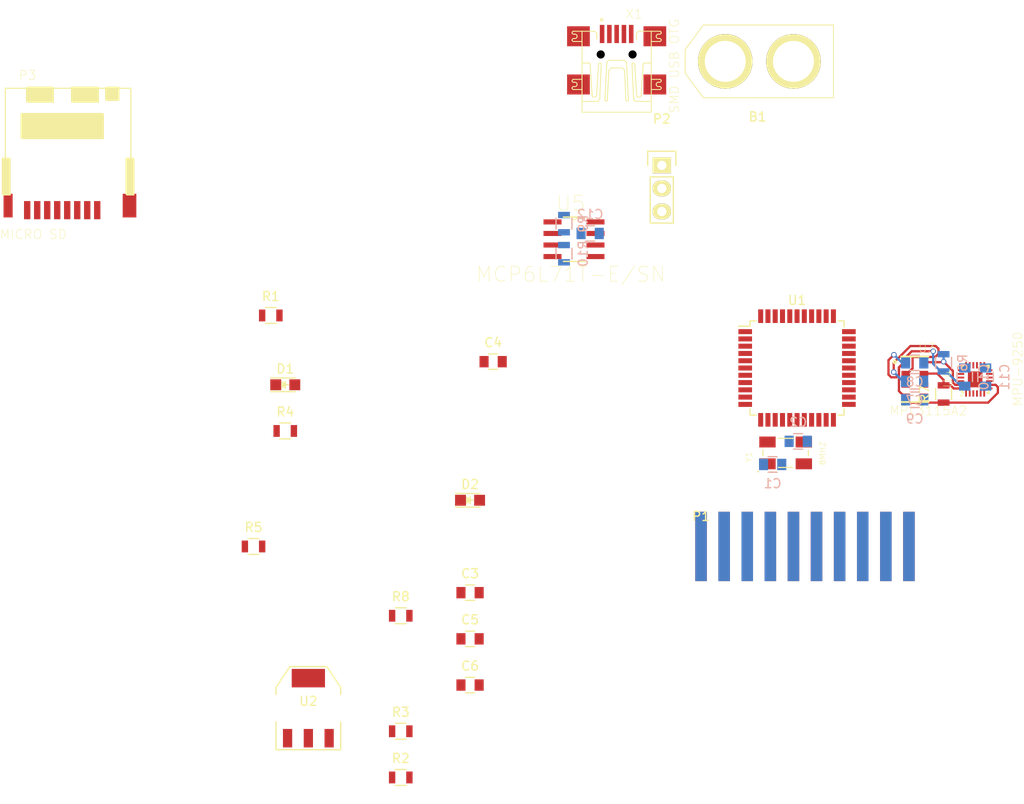
<source format=kicad_pcb>
(kicad_pcb (version 4) (host pcbnew 4.0.4+e1-6308~48~ubuntu16.04.1-stable)

  (general
    (links 108)
    (no_connects 97)
    (area 111.574999 49.055 198.374773 137.745)
    (thickness 1.6)
    (drawings 0)
    (tracks 66)
    (zones 0)
    (modules 35)
    (nets 66)
  )

  (page A4)
  (layers
    (0 F.Cu signal)
    (31 B.Cu signal)
    (32 B.Adhes user)
    (33 F.Adhes user)
    (34 B.Paste user)
    (35 F.Paste user)
    (36 B.SilkS user)
    (37 F.SilkS user)
    (38 B.Mask user)
    (39 F.Mask user)
    (40 Dwgs.User user)
    (41 Cmts.User user)
    (42 Eco1.User user)
    (43 Eco2.User user)
    (44 Edge.Cuts user)
    (45 Margin user)
    (46 B.CrtYd user)
    (47 F.CrtYd user)
    (48 B.Fab user)
    (49 F.Fab user)
  )

  (setup
    (last_trace_width 0.25)
    (trace_clearance 0.15)
    (zone_clearance 0.508)
    (zone_45_only no)
    (trace_min 0.2)
    (segment_width 0.2)
    (edge_width 0.1)
    (via_size 0.6)
    (via_drill 0.4)
    (via_min_size 0.4)
    (via_min_drill 0.3)
    (uvia_size 0.3)
    (uvia_drill 0.1)
    (uvias_allowed no)
    (uvia_min_size 0.2)
    (uvia_min_drill 0.1)
    (pcb_text_width 0.3)
    (pcb_text_size 1.5 1.5)
    (mod_edge_width 0.15)
    (mod_text_size 1 1)
    (mod_text_width 0.15)
    (pad_size 1.5 1.5)
    (pad_drill 0.6)
    (pad_to_mask_clearance 0)
    (aux_axis_origin 0 0)
    (visible_elements FFFFFF7F)
    (pcbplotparams
      (layerselection 0x00030_80000001)
      (usegerberextensions false)
      (excludeedgelayer true)
      (linewidth 0.100000)
      (plotframeref false)
      (viasonmask false)
      (mode 1)
      (useauxorigin false)
      (hpglpennumber 1)
      (hpglpenspeed 20)
      (hpglpendiameter 15)
      (hpglpenoverlay 2)
      (psnegative false)
      (psa4output false)
      (plotreference true)
      (plotvalue true)
      (plotinvisibletext false)
      (padsonsilk false)
      (subtractmaskfromsilk false)
      (outputformat 1)
      (mirror false)
      (drillshape 1)
      (scaleselection 1)
      (outputdirectory ""))
  )

  (net 0 "")
  (net 1 GND)
  (net 2 VCC)
  (net 3 "Net-(C1-Pad1)")
  (net 4 "Net-(C2-Pad1)")
  (net 5 "Net-(C3-Pad1)")
  (net 6 "Net-(C4-Pad1)")
  (net 7 VDD)
  (net 8 "Net-(C7-Pad1)")
  (net 9 "Net-(C11-Pad1)")
  (net 10 VCC_V_LED)
  (net 11 MCU_LED)
  (net 12 E1)
  (net 13 E2)
  (net 14 E3)
  (net 15 E4)
  (net 16 E5)
  (net 17 E6)
  (net 18 E7)
  (net 19 TX)
  (net 20 E9)
  (net 21 E10)
  (net 22 SCL)
  (net 23 SDA)
  (net 24 E8)
  (net 25 RX)
  (net 26 MOSI)
  (net 27 SCK)
  (net 28 RST)
  (net 29 MISO)
  (net 30 SERVO_PWM)
  (net 31 SERVO_S_V)
  (net 32 "Net-(P3-Pad8)")
  (net 33 SD_CS)
  (net 34 "Net-(P3-Pad1)")
  (net 35 VCC_V)
  (net 36 "Net-(R4-Pad1)")
  (net 37 USB_D-)
  (net 38 "Net-(R5-Pad1)")
  (net 39 USB_D+)
  (net 40 "Net-(R10-Pad2)")
  (net 41 SERVO_S_V_A)
  (net 42 "Net-(U1-Pad1)")
  (net 43 "Net-(U1-Pad12)")
  (net 44 "Net-(U1-Pad22)")
  (net 45 "Net-(U1-Pad25)")
  (net 46 "Net-(U1-Pad26)")
  (net 47 "Net-(U1-Pad27)")
  (net 48 "Net-(U1-Pad31)")
  (net 49 "Net-(U1-Pad32)")
  (net 50 "Net-(U3-Pad5)")
  (net 51 "Net-(U3-Pad6)")
  (net 52 "Net-(U4-Pad1)")
  (net 53 "Net-(U4-Pad7)")
  (net 54 "Net-(U4-Pad11)")
  (net 55 "Net-(U4-Pad12)")
  (net 56 "Net-(U4-Pad19)")
  (net 57 "Net-(U4-Pad20)")
  (net 58 "Net-(U4-Pad21)")
  (net 59 "Net-(U4-Pad25)")
  (net 60 "Net-(U5-Pad1)")
  (net 61 "Net-(U5-Pad5)")
  (net 62 "Net-(U5-Pad8)")
  (net 63 "Net-(X1-PadM1)")
  (net 64 "Net-(X1-Pad1)")
  (net 65 "Net-(X1-Pad4)")

  (net_class Default "This is the default net class."
    (clearance 0.15)
    (trace_width 0.25)
    (via_dia 0.6)
    (via_drill 0.4)
    (uvia_dia 0.3)
    (uvia_drill 0.1)
    (add_net E1)
    (add_net E10)
    (add_net E2)
    (add_net E3)
    (add_net E4)
    (add_net E5)
    (add_net E6)
    (add_net E7)
    (add_net E8)
    (add_net E9)
    (add_net GND)
    (add_net MCU_LED)
    (add_net MISO)
    (add_net MOSI)
    (add_net "Net-(C1-Pad1)")
    (add_net "Net-(C11-Pad1)")
    (add_net "Net-(C2-Pad1)")
    (add_net "Net-(C3-Pad1)")
    (add_net "Net-(C4-Pad1)")
    (add_net "Net-(C7-Pad1)")
    (add_net "Net-(P3-Pad1)")
    (add_net "Net-(P3-Pad8)")
    (add_net "Net-(R10-Pad2)")
    (add_net "Net-(R4-Pad1)")
    (add_net "Net-(R5-Pad1)")
    (add_net "Net-(U1-Pad1)")
    (add_net "Net-(U1-Pad12)")
    (add_net "Net-(U1-Pad22)")
    (add_net "Net-(U1-Pad25)")
    (add_net "Net-(U1-Pad26)")
    (add_net "Net-(U1-Pad27)")
    (add_net "Net-(U1-Pad31)")
    (add_net "Net-(U1-Pad32)")
    (add_net "Net-(U3-Pad5)")
    (add_net "Net-(U3-Pad6)")
    (add_net "Net-(U4-Pad1)")
    (add_net "Net-(U4-Pad11)")
    (add_net "Net-(U4-Pad12)")
    (add_net "Net-(U4-Pad19)")
    (add_net "Net-(U4-Pad20)")
    (add_net "Net-(U4-Pad21)")
    (add_net "Net-(U4-Pad25)")
    (add_net "Net-(U4-Pad7)")
    (add_net "Net-(U5-Pad1)")
    (add_net "Net-(U5-Pad5)")
    (add_net "Net-(U5-Pad8)")
    (add_net "Net-(X1-Pad1)")
    (add_net "Net-(X1-Pad4)")
    (add_net "Net-(X1-PadM1)")
    (add_net RST)
    (add_net RX)
    (add_net SCK)
    (add_net SCL)
    (add_net SDA)
    (add_net SD_CS)
    (add_net SERVO_PWM)
    (add_net SERVO_S_V)
    (add_net SERVO_S_V_A)
    (add_net TX)
    (add_net USB_D+)
    (add_net USB_D-)
    (add_net VCC)
    (add_net VCC_V)
    (add_net VCC_V_LED)
    (add_net VDD)
  )

  (module "UT ROCKETRY MOD:XT60" (layer F.Cu) (tedit 572BCE8E) (tstamp 5808E5F8)
    (at 165.22 55.88)
    (path /58046983)
    (fp_text reference B1 (at 3.556 6.096) (layer F.SilkS)
      (effects (font (size 1 1) (thickness 0.15)))
    )
    (fp_text value CONN_01X02 (at 3.2 -5.9) (layer F.Fab)
      (effects (font (size 1 1) (thickness 0.15)))
    )
    (fp_line (start 7.2 4) (end 11.9 4) (layer F.SilkS) (width 0.1))
    (fp_line (start 11.9 4) (end 11.9 2.4) (layer F.SilkS) (width 0.1))
    (fp_line (start 7.5 -4) (end 11.7 -4) (layer F.SilkS) (width 0.1))
    (fp_line (start 11.7 -4) (end 11.8 -4) (layer F.SilkS) (width 0.1))
    (fp_line (start 11.8 -4) (end 11.9 -4) (layer F.SilkS) (width 0.1))
    (fp_line (start 11.9 -4) (end 11.9 0) (layer F.SilkS) (width 0.1))
    (fp_line (start -2.4 4) (end -4.4 1.3) (layer F.SilkS) (width 0.1))
    (fp_line (start -2.4 -4) (end -4.4 -1.3) (layer F.SilkS) (width 0.1))
    (fp_line (start -4.4 0) (end -4.4 1.25) (layer F.SilkS) (width 0.1))
    (fp_line (start -4.4 0) (end -4.4 -1.25) (layer F.SilkS) (width 0.1))
    (fp_line (start 0 4) (end -2.4 4) (layer F.SilkS) (width 0.1))
    (fp_line (start 3 4) (end 0 4) (layer F.SilkS) (width 0.1))
    (fp_line (start 0 -4) (end -2.4 -4) (layer F.SilkS) (width 0.1))
    (fp_line (start 3.1 -4) (end 0 -4) (layer F.SilkS) (width 0.1))
    (fp_line (start -4.4 -0.1) (end -4.4 0.2) (layer F.SilkS) (width 0.1))
    (fp_line (start 11.9 0) (end 11.9 2.4) (layer F.SilkS) (width 0.1))
    (fp_line (start 7.5 -4) (end 3.1 -4) (layer F.SilkS) (width 0.1))
    (fp_line (start 7.2 4) (end 3 4) (layer F.SilkS) (width 0.1))
    (pad 2 thru_hole circle (at 0 0) (size 6 6) (drill 4.5) (layers *.Cu *.Mask F.SilkS)
      (net 1 GND))
    (pad 1 thru_hole circle (at 7.5 0) (size 6 6) (drill 4.5) (layers *.Cu *.Mask F.SilkS)
      (net 2 VCC))
  )

  (module Capacitors_SMD:C_0805 (layer B.Cu) (tedit 5415D6EA) (tstamp 5808E608)
    (at 170.434 100.203)
    (descr "Capacitor SMD 0805, reflow soldering, AVX (see smccp.pdf)")
    (tags "capacitor 0805")
    (path /57EDF29E)
    (attr smd)
    (fp_text reference C1 (at 0 2.1) (layer B.SilkS)
      (effects (font (size 1 1) (thickness 0.15)) (justify mirror))
    )
    (fp_text value 33pF (at 0 -2.1) (layer B.Fab)
      (effects (font (size 1 1) (thickness 0.15)) (justify mirror))
    )
    (fp_line (start -1 -0.625) (end -1 0.625) (layer B.Fab) (width 0.15))
    (fp_line (start 1 -0.625) (end -1 -0.625) (layer B.Fab) (width 0.15))
    (fp_line (start 1 0.625) (end 1 -0.625) (layer B.Fab) (width 0.15))
    (fp_line (start -1 0.625) (end 1 0.625) (layer B.Fab) (width 0.15))
    (fp_line (start -1.8 1) (end 1.8 1) (layer B.CrtYd) (width 0.05))
    (fp_line (start -1.8 -1) (end 1.8 -1) (layer B.CrtYd) (width 0.05))
    (fp_line (start -1.8 1) (end -1.8 -1) (layer B.CrtYd) (width 0.05))
    (fp_line (start 1.8 1) (end 1.8 -1) (layer B.CrtYd) (width 0.05))
    (fp_line (start 0.5 0.85) (end -0.5 0.85) (layer B.SilkS) (width 0.15))
    (fp_line (start -0.5 -0.85) (end 0.5 -0.85) (layer B.SilkS) (width 0.15))
    (pad 1 smd rect (at -1 0) (size 1 1.25) (layers B.Cu B.Paste B.Mask)
      (net 3 "Net-(C1-Pad1)"))
    (pad 2 smd rect (at 1 0) (size 1 1.25) (layers B.Cu B.Paste B.Mask)
      (net 1 GND))
    (model Capacitors_SMD.3dshapes/C_0805.wrl
      (at (xyz 0 0 0))
      (scale (xyz 1 1 1))
      (rotate (xyz 0 0 0))
    )
  )

  (module Capacitors_SMD:C_0805 (layer B.Cu) (tedit 5415D6EA) (tstamp 5808E618)
    (at 173.244 97.663 180)
    (descr "Capacitor SMD 0805, reflow soldering, AVX (see smccp.pdf)")
    (tags "capacitor 0805")
    (path /57EDF342)
    (attr smd)
    (fp_text reference C2 (at 0 2.1 180) (layer B.SilkS)
      (effects (font (size 1 1) (thickness 0.15)) (justify mirror))
    )
    (fp_text value 33pF (at 0 -2.1 180) (layer B.Fab)
      (effects (font (size 1 1) (thickness 0.15)) (justify mirror))
    )
    (fp_line (start -1 -0.625) (end -1 0.625) (layer B.Fab) (width 0.15))
    (fp_line (start 1 -0.625) (end -1 -0.625) (layer B.Fab) (width 0.15))
    (fp_line (start 1 0.625) (end 1 -0.625) (layer B.Fab) (width 0.15))
    (fp_line (start -1 0.625) (end 1 0.625) (layer B.Fab) (width 0.15))
    (fp_line (start -1.8 1) (end 1.8 1) (layer B.CrtYd) (width 0.05))
    (fp_line (start -1.8 -1) (end 1.8 -1) (layer B.CrtYd) (width 0.05))
    (fp_line (start -1.8 1) (end -1.8 -1) (layer B.CrtYd) (width 0.05))
    (fp_line (start 1.8 1) (end 1.8 -1) (layer B.CrtYd) (width 0.05))
    (fp_line (start 0.5 0.85) (end -0.5 0.85) (layer B.SilkS) (width 0.15))
    (fp_line (start -0.5 -0.85) (end 0.5 -0.85) (layer B.SilkS) (width 0.15))
    (pad 1 smd rect (at -1 0 180) (size 1 1.25) (layers B.Cu B.Paste B.Mask)
      (net 4 "Net-(C2-Pad1)"))
    (pad 2 smd rect (at 1 0 180) (size 1 1.25) (layers B.Cu B.Paste B.Mask)
      (net 1 GND))
    (model Capacitors_SMD.3dshapes/C_0805.wrl
      (at (xyz 0 0 0))
      (scale (xyz 1 1 1))
      (rotate (xyz 0 0 0))
    )
  )

  (module Capacitors_SMD:C_0805 (layer F.Cu) (tedit 5415D6EA) (tstamp 5808E628)
    (at 137.16 114.3)
    (descr "Capacitor SMD 0805, reflow soldering, AVX (see smccp.pdf)")
    (tags "capacitor 0805")
    (path /57EE0DDA)
    (attr smd)
    (fp_text reference C3 (at 0 -2.1) (layer F.SilkS)
      (effects (font (size 1 1) (thickness 0.15)))
    )
    (fp_text value 1uF (at 0 2.1) (layer F.Fab)
      (effects (font (size 1 1) (thickness 0.15)))
    )
    (fp_line (start -1 0.625) (end -1 -0.625) (layer F.Fab) (width 0.15))
    (fp_line (start 1 0.625) (end -1 0.625) (layer F.Fab) (width 0.15))
    (fp_line (start 1 -0.625) (end 1 0.625) (layer F.Fab) (width 0.15))
    (fp_line (start -1 -0.625) (end 1 -0.625) (layer F.Fab) (width 0.15))
    (fp_line (start -1.8 -1) (end 1.8 -1) (layer F.CrtYd) (width 0.05))
    (fp_line (start -1.8 1) (end 1.8 1) (layer F.CrtYd) (width 0.05))
    (fp_line (start -1.8 -1) (end -1.8 1) (layer F.CrtYd) (width 0.05))
    (fp_line (start 1.8 -1) (end 1.8 1) (layer F.CrtYd) (width 0.05))
    (fp_line (start 0.5 -0.85) (end -0.5 -0.85) (layer F.SilkS) (width 0.15))
    (fp_line (start -0.5 0.85) (end 0.5 0.85) (layer F.SilkS) (width 0.15))
    (pad 1 smd rect (at -1 0) (size 1 1.25) (layers F.Cu F.Paste F.Mask)
      (net 5 "Net-(C3-Pad1)"))
    (pad 2 smd rect (at 1 0) (size 1 1.25) (layers F.Cu F.Paste F.Mask)
      (net 1 GND))
    (model Capacitors_SMD.3dshapes/C_0805.wrl
      (at (xyz 0 0 0))
      (scale (xyz 1 1 1))
      (rotate (xyz 0 0 0))
    )
  )

  (module Capacitors_SMD:C_0805 (layer F.Cu) (tedit 5415D6EA) (tstamp 5808E638)
    (at 139.7 88.9)
    (descr "Capacitor SMD 0805, reflow soldering, AVX (see smccp.pdf)")
    (tags "capacitor 0805")
    (path /57EE0754)
    (attr smd)
    (fp_text reference C4 (at 0 -2.1) (layer F.SilkS)
      (effects (font (size 1 1) (thickness 0.15)))
    )
    (fp_text value .1uF (at 0 2.1) (layer F.Fab)
      (effects (font (size 1 1) (thickness 0.15)))
    )
    (fp_line (start -1 0.625) (end -1 -0.625) (layer F.Fab) (width 0.15))
    (fp_line (start 1 0.625) (end -1 0.625) (layer F.Fab) (width 0.15))
    (fp_line (start 1 -0.625) (end 1 0.625) (layer F.Fab) (width 0.15))
    (fp_line (start -1 -0.625) (end 1 -0.625) (layer F.Fab) (width 0.15))
    (fp_line (start -1.8 -1) (end 1.8 -1) (layer F.CrtYd) (width 0.05))
    (fp_line (start -1.8 1) (end 1.8 1) (layer F.CrtYd) (width 0.05))
    (fp_line (start -1.8 -1) (end -1.8 1) (layer F.CrtYd) (width 0.05))
    (fp_line (start 1.8 -1) (end 1.8 1) (layer F.CrtYd) (width 0.05))
    (fp_line (start 0.5 -0.85) (end -0.5 -0.85) (layer F.SilkS) (width 0.15))
    (fp_line (start -0.5 0.85) (end 0.5 0.85) (layer F.SilkS) (width 0.15))
    (pad 1 smd rect (at -1 0) (size 1 1.25) (layers F.Cu F.Paste F.Mask)
      (net 6 "Net-(C4-Pad1)"))
    (pad 2 smd rect (at 1 0) (size 1 1.25) (layers F.Cu F.Paste F.Mask)
      (net 1 GND))
    (model Capacitors_SMD.3dshapes/C_0805.wrl
      (at (xyz 0 0 0))
      (scale (xyz 1 1 1))
      (rotate (xyz 0 0 0))
    )
  )

  (module Capacitors_SMD:C_0805 (layer F.Cu) (tedit 5415D6EA) (tstamp 5808E648)
    (at 137.16 119.38)
    (descr "Capacitor SMD 0805, reflow soldering, AVX (see smccp.pdf)")
    (tags "capacitor 0805")
    (path /57EEE99B)
    (attr smd)
    (fp_text reference C5 (at 0 -2.1) (layer F.SilkS)
      (effects (font (size 1 1) (thickness 0.15)))
    )
    (fp_text value 10uF (at 0 2.1) (layer F.Fab)
      (effects (font (size 1 1) (thickness 0.15)))
    )
    (fp_line (start -1 0.625) (end -1 -0.625) (layer F.Fab) (width 0.15))
    (fp_line (start 1 0.625) (end -1 0.625) (layer F.Fab) (width 0.15))
    (fp_line (start 1 -0.625) (end 1 0.625) (layer F.Fab) (width 0.15))
    (fp_line (start -1 -0.625) (end 1 -0.625) (layer F.Fab) (width 0.15))
    (fp_line (start -1.8 -1) (end 1.8 -1) (layer F.CrtYd) (width 0.05))
    (fp_line (start -1.8 1) (end 1.8 1) (layer F.CrtYd) (width 0.05))
    (fp_line (start -1.8 -1) (end -1.8 1) (layer F.CrtYd) (width 0.05))
    (fp_line (start 1.8 -1) (end 1.8 1) (layer F.CrtYd) (width 0.05))
    (fp_line (start 0.5 -0.85) (end -0.5 -0.85) (layer F.SilkS) (width 0.15))
    (fp_line (start -0.5 0.85) (end 0.5 0.85) (layer F.SilkS) (width 0.15))
    (pad 1 smd rect (at -1 0) (size 1 1.25) (layers F.Cu F.Paste F.Mask)
      (net 2 VCC))
    (pad 2 smd rect (at 1 0) (size 1 1.25) (layers F.Cu F.Paste F.Mask)
      (net 1 GND))
    (model Capacitors_SMD.3dshapes/C_0805.wrl
      (at (xyz 0 0 0))
      (scale (xyz 1 1 1))
      (rotate (xyz 0 0 0))
    )
  )

  (module Capacitors_SMD:C_0805 (layer F.Cu) (tedit 5415D6EA) (tstamp 5808E658)
    (at 137.16 124.46)
    (descr "Capacitor SMD 0805, reflow soldering, AVX (see smccp.pdf)")
    (tags "capacitor 0805")
    (path /57EEEA18)
    (attr smd)
    (fp_text reference C6 (at 0 -2.1) (layer F.SilkS)
      (effects (font (size 1 1) (thickness 0.15)))
    )
    (fp_text value 22uF (at 0 2.1) (layer F.Fab)
      (effects (font (size 1 1) (thickness 0.15)))
    )
    (fp_line (start -1 0.625) (end -1 -0.625) (layer F.Fab) (width 0.15))
    (fp_line (start 1 0.625) (end -1 0.625) (layer F.Fab) (width 0.15))
    (fp_line (start 1 -0.625) (end 1 0.625) (layer F.Fab) (width 0.15))
    (fp_line (start -1 -0.625) (end 1 -0.625) (layer F.Fab) (width 0.15))
    (fp_line (start -1.8 -1) (end 1.8 -1) (layer F.CrtYd) (width 0.05))
    (fp_line (start -1.8 1) (end 1.8 1) (layer F.CrtYd) (width 0.05))
    (fp_line (start -1.8 -1) (end -1.8 1) (layer F.CrtYd) (width 0.05))
    (fp_line (start 1.8 -1) (end 1.8 1) (layer F.CrtYd) (width 0.05))
    (fp_line (start 0.5 -0.85) (end -0.5 -0.85) (layer F.SilkS) (width 0.15))
    (fp_line (start -0.5 0.85) (end 0.5 0.85) (layer F.SilkS) (width 0.15))
    (pad 1 smd rect (at -1 0) (size 1 1.25) (layers F.Cu F.Paste F.Mask)
      (net 7 VDD))
    (pad 2 smd rect (at 1 0) (size 1 1.25) (layers F.Cu F.Paste F.Mask)
      (net 1 GND))
    (model Capacitors_SMD.3dshapes/C_0805.wrl
      (at (xyz 0 0 0))
      (scale (xyz 1 1 1))
      (rotate (xyz 0 0 0))
    )
  )

  (module Capacitors_SMD:C_0805 (layer B.Cu) (tedit 5415D6EA) (tstamp 5808E668)
    (at 186.039 91.059)
    (descr "Capacitor SMD 0805, reflow soldering, AVX (see smccp.pdf)")
    (tags "capacitor 0805")
    (path /57ED87D1)
    (attr smd)
    (fp_text reference C7 (at 0 2.1) (layer B.SilkS)
      (effects (font (size 1 1) (thickness 0.15)) (justify mirror))
    )
    (fp_text value .1uF (at 0 -2.1) (layer B.Fab)
      (effects (font (size 1 1) (thickness 0.15)) (justify mirror))
    )
    (fp_line (start -1 -0.625) (end -1 0.625) (layer B.Fab) (width 0.15))
    (fp_line (start 1 -0.625) (end -1 -0.625) (layer B.Fab) (width 0.15))
    (fp_line (start 1 0.625) (end 1 -0.625) (layer B.Fab) (width 0.15))
    (fp_line (start -1 0.625) (end 1 0.625) (layer B.Fab) (width 0.15))
    (fp_line (start -1.8 1) (end 1.8 1) (layer B.CrtYd) (width 0.05))
    (fp_line (start -1.8 -1) (end 1.8 -1) (layer B.CrtYd) (width 0.05))
    (fp_line (start -1.8 1) (end -1.8 -1) (layer B.CrtYd) (width 0.05))
    (fp_line (start 1.8 1) (end 1.8 -1) (layer B.CrtYd) (width 0.05))
    (fp_line (start 0.5 0.85) (end -0.5 0.85) (layer B.SilkS) (width 0.15))
    (fp_line (start -0.5 -0.85) (end 0.5 -0.85) (layer B.SilkS) (width 0.15))
    (pad 1 smd rect (at -1 0) (size 1 1.25) (layers B.Cu B.Paste B.Mask)
      (net 8 "Net-(C7-Pad1)"))
    (pad 2 smd rect (at 1 0) (size 1 1.25) (layers B.Cu B.Paste B.Mask)
      (net 1 GND))
    (model Capacitors_SMD.3dshapes/C_0805.wrl
      (at (xyz 0 0 0))
      (scale (xyz 1 1 1))
      (rotate (xyz 0 0 0))
    )
  )

  (module Capacitors_SMD:C_0805 (layer B.Cu) (tedit 5415D6EA) (tstamp 5808E678)
    (at 186.055 89.027)
    (descr "Capacitor SMD 0805, reflow soldering, AVX (see smccp.pdf)")
    (tags "capacitor 0805")
    (path /57F57582)
    (attr smd)
    (fp_text reference C8 (at 0 2.1) (layer B.SilkS)
      (effects (font (size 1 1) (thickness 0.15)) (justify mirror))
    )
    (fp_text value .1uF (at 0 -2.1) (layer B.Fab)
      (effects (font (size 1 1) (thickness 0.15)) (justify mirror))
    )
    (fp_line (start -1 -0.625) (end -1 0.625) (layer B.Fab) (width 0.15))
    (fp_line (start 1 -0.625) (end -1 -0.625) (layer B.Fab) (width 0.15))
    (fp_line (start 1 0.625) (end 1 -0.625) (layer B.Fab) (width 0.15))
    (fp_line (start -1 0.625) (end 1 0.625) (layer B.Fab) (width 0.15))
    (fp_line (start -1.8 1) (end 1.8 1) (layer B.CrtYd) (width 0.05))
    (fp_line (start -1.8 -1) (end 1.8 -1) (layer B.CrtYd) (width 0.05))
    (fp_line (start -1.8 1) (end -1.8 -1) (layer B.CrtYd) (width 0.05))
    (fp_line (start 1.8 1) (end 1.8 -1) (layer B.CrtYd) (width 0.05))
    (fp_line (start 0.5 0.85) (end -0.5 0.85) (layer B.SilkS) (width 0.15))
    (fp_line (start -0.5 -0.85) (end 0.5 -0.85) (layer B.SilkS) (width 0.15))
    (pad 1 smd rect (at -1 0) (size 1 1.25) (layers B.Cu B.Paste B.Mask)
      (net 7 VDD))
    (pad 2 smd rect (at 1 0) (size 1 1.25) (layers B.Cu B.Paste B.Mask)
      (net 1 GND))
    (model Capacitors_SMD.3dshapes/C_0805.wrl
      (at (xyz 0 0 0))
      (scale (xyz 1 1 1))
      (rotate (xyz 0 0 0))
    )
  )

  (module Capacitors_SMD:C_0805 (layer B.Cu) (tedit 5415D6EA) (tstamp 5808E688)
    (at 186.055 93.091)
    (descr "Capacitor SMD 0805, reflow soldering, AVX (see smccp.pdf)")
    (tags "capacitor 0805")
    (path /57F575F9)
    (attr smd)
    (fp_text reference C9 (at 0 2.1) (layer B.SilkS)
      (effects (font (size 1 1) (thickness 0.15)) (justify mirror))
    )
    (fp_text value 10uF (at 0 -2.1) (layer B.Fab)
      (effects (font (size 1 1) (thickness 0.15)) (justify mirror))
    )
    (fp_line (start -1 -0.625) (end -1 0.625) (layer B.Fab) (width 0.15))
    (fp_line (start 1 -0.625) (end -1 -0.625) (layer B.Fab) (width 0.15))
    (fp_line (start 1 0.625) (end 1 -0.625) (layer B.Fab) (width 0.15))
    (fp_line (start -1 0.625) (end 1 0.625) (layer B.Fab) (width 0.15))
    (fp_line (start -1.8 1) (end 1.8 1) (layer B.CrtYd) (width 0.05))
    (fp_line (start -1.8 -1) (end 1.8 -1) (layer B.CrtYd) (width 0.05))
    (fp_line (start -1.8 1) (end -1.8 -1) (layer B.CrtYd) (width 0.05))
    (fp_line (start 1.8 1) (end 1.8 -1) (layer B.CrtYd) (width 0.05))
    (fp_line (start 0.5 0.85) (end -0.5 0.85) (layer B.SilkS) (width 0.15))
    (fp_line (start -0.5 -0.85) (end 0.5 -0.85) (layer B.SilkS) (width 0.15))
    (pad 1 smd rect (at -1 0) (size 1 1.25) (layers B.Cu B.Paste B.Mask)
      (net 7 VDD))
    (pad 2 smd rect (at 1 0) (size 1 1.25) (layers B.Cu B.Paste B.Mask)
      (net 1 GND))
    (model Capacitors_SMD.3dshapes/C_0805.wrl
      (at (xyz 0 0 0))
      (scale (xyz 1 1 1))
      (rotate (xyz 0 0 0))
    )
  )

  (module Capacitors_SMD:C_0805 (layer B.Cu) (tedit 5415D6EA) (tstamp 5808E698)
    (at 191.557773 90.592911 90)
    (descr "Capacitor SMD 0805, reflow soldering, AVX (see smccp.pdf)")
    (tags "capacitor 0805")
    (path /57ED7FC1)
    (attr smd)
    (fp_text reference C10 (at 0 2.1 90) (layer B.SilkS)
      (effects (font (size 1 1) (thickness 0.15)) (justify mirror))
    )
    (fp_text value .1uF (at 0 -2.1 90) (layer B.Fab)
      (effects (font (size 1 1) (thickness 0.15)) (justify mirror))
    )
    (fp_line (start -1 -0.625) (end -1 0.625) (layer B.Fab) (width 0.15))
    (fp_line (start 1 -0.625) (end -1 -0.625) (layer B.Fab) (width 0.15))
    (fp_line (start 1 0.625) (end 1 -0.625) (layer B.Fab) (width 0.15))
    (fp_line (start -1 0.625) (end 1 0.625) (layer B.Fab) (width 0.15))
    (fp_line (start -1.8 1) (end 1.8 1) (layer B.CrtYd) (width 0.05))
    (fp_line (start -1.8 -1) (end 1.8 -1) (layer B.CrtYd) (width 0.05))
    (fp_line (start -1.8 1) (end -1.8 -1) (layer B.CrtYd) (width 0.05))
    (fp_line (start 1.8 1) (end 1.8 -1) (layer B.CrtYd) (width 0.05))
    (fp_line (start 0.5 0.85) (end -0.5 0.85) (layer B.SilkS) (width 0.15))
    (fp_line (start -0.5 -0.85) (end 0.5 -0.85) (layer B.SilkS) (width 0.15))
    (pad 1 smd rect (at -1 0 90) (size 1 1.25) (layers B.Cu B.Paste B.Mask)
      (net 7 VDD))
    (pad 2 smd rect (at 1 0 90) (size 1 1.25) (layers B.Cu B.Paste B.Mask)
      (net 1 GND))
    (model Capacitors_SMD.3dshapes/C_0805.wrl
      (at (xyz 0 0 0))
      (scale (xyz 1 1 1))
      (rotate (xyz 0 0 0))
    )
  )

  (module Capacitors_SMD:C_0805 (layer B.Cu) (tedit 5415D6EA) (tstamp 5808E6A8)
    (at 193.843773 90.592911 90)
    (descr "Capacitor SMD 0805, reflow soldering, AVX (see smccp.pdf)")
    (tags "capacitor 0805")
    (path /57ED80D9)
    (attr smd)
    (fp_text reference C11 (at 0 2.1 90) (layer B.SilkS)
      (effects (font (size 1 1) (thickness 0.15)) (justify mirror))
    )
    (fp_text value .1uF (at 0 -2.1 90) (layer B.Fab)
      (effects (font (size 1 1) (thickness 0.15)) (justify mirror))
    )
    (fp_line (start -1 -0.625) (end -1 0.625) (layer B.Fab) (width 0.15))
    (fp_line (start 1 -0.625) (end -1 -0.625) (layer B.Fab) (width 0.15))
    (fp_line (start 1 0.625) (end 1 -0.625) (layer B.Fab) (width 0.15))
    (fp_line (start -1 0.625) (end 1 0.625) (layer B.Fab) (width 0.15))
    (fp_line (start -1.8 1) (end 1.8 1) (layer B.CrtYd) (width 0.05))
    (fp_line (start -1.8 -1) (end 1.8 -1) (layer B.CrtYd) (width 0.05))
    (fp_line (start -1.8 1) (end -1.8 -1) (layer B.CrtYd) (width 0.05))
    (fp_line (start 1.8 1) (end 1.8 -1) (layer B.CrtYd) (width 0.05))
    (fp_line (start 0.5 0.85) (end -0.5 0.85) (layer B.SilkS) (width 0.15))
    (fp_line (start -0.5 -0.85) (end 0.5 -0.85) (layer B.SilkS) (width 0.15))
    (pad 1 smd rect (at -1 0 90) (size 1 1.25) (layers B.Cu B.Paste B.Mask)
      (net 9 "Net-(C11-Pad1)"))
    (pad 2 smd rect (at 1 0 90) (size 1 1.25) (layers B.Cu B.Paste B.Mask)
      (net 1 GND))
    (model Capacitors_SMD.3dshapes/C_0805.wrl
      (at (xyz 0 0 0))
      (scale (xyz 1 1 1))
      (rotate (xyz 0 0 0))
    )
  )

  (module Capacitors_SMD:C_0805 (layer B.Cu) (tedit 5415D6EA) (tstamp 5808E6B8)
    (at 150.368 74.803 180)
    (descr "Capacitor SMD 0805, reflow soldering, AVX (see smccp.pdf)")
    (tags "capacitor 0805")
    (path /57F47774)
    (attr smd)
    (fp_text reference C12 (at 0 2.1 180) (layer B.SilkS)
      (effects (font (size 1 1) (thickness 0.15)) (justify mirror))
    )
    (fp_text value .1uF (at 0 -2.1 180) (layer B.Fab)
      (effects (font (size 1 1) (thickness 0.15)) (justify mirror))
    )
    (fp_line (start -1 -0.625) (end -1 0.625) (layer B.Fab) (width 0.15))
    (fp_line (start 1 -0.625) (end -1 -0.625) (layer B.Fab) (width 0.15))
    (fp_line (start 1 0.625) (end 1 -0.625) (layer B.Fab) (width 0.15))
    (fp_line (start -1 0.625) (end 1 0.625) (layer B.Fab) (width 0.15))
    (fp_line (start -1.8 1) (end 1.8 1) (layer B.CrtYd) (width 0.05))
    (fp_line (start -1.8 -1) (end 1.8 -1) (layer B.CrtYd) (width 0.05))
    (fp_line (start -1.8 1) (end -1.8 -1) (layer B.CrtYd) (width 0.05))
    (fp_line (start 1.8 1) (end 1.8 -1) (layer B.CrtYd) (width 0.05))
    (fp_line (start 0.5 0.85) (end -0.5 0.85) (layer B.SilkS) (width 0.15))
    (fp_line (start -0.5 -0.85) (end 0.5 -0.85) (layer B.SilkS) (width 0.15))
    (pad 1 smd rect (at -1 0 180) (size 1 1.25) (layers B.Cu B.Paste B.Mask)
      (net 7 VDD))
    (pad 2 smd rect (at 1 0 180) (size 1 1.25) (layers B.Cu B.Paste B.Mask)
      (net 1 GND))
    (model Capacitors_SMD.3dshapes/C_0805.wrl
      (at (xyz 0 0 0))
      (scale (xyz 1 1 1))
      (rotate (xyz 0 0 0))
    )
  )

  (module LEDs:LED_0805 (layer F.Cu) (tedit 55BDE1C2) (tstamp 5808E6D3)
    (at 116.84 91.44)
    (descr "LED 0805 smd package")
    (tags "LED 0805 SMD")
    (path /57F4845D)
    (attr smd)
    (fp_text reference D1 (at 0 -1.75) (layer F.SilkS)
      (effects (font (size 1 1) (thickness 0.15)))
    )
    (fp_text value LED_BLUE (at 0 1.75) (layer F.Fab)
      (effects (font (size 1 1) (thickness 0.15)))
    )
    (fp_line (start -0.4 -0.3) (end -0.4 0.3) (layer F.Fab) (width 0.15))
    (fp_line (start -0.3 0) (end 0 -0.3) (layer F.Fab) (width 0.15))
    (fp_line (start 0 0.3) (end -0.3 0) (layer F.Fab) (width 0.15))
    (fp_line (start 0 -0.3) (end 0 0.3) (layer F.Fab) (width 0.15))
    (fp_line (start 1 -0.6) (end -1 -0.6) (layer F.Fab) (width 0.15))
    (fp_line (start 1 0.6) (end 1 -0.6) (layer F.Fab) (width 0.15))
    (fp_line (start -1 0.6) (end 1 0.6) (layer F.Fab) (width 0.15))
    (fp_line (start -1 -0.6) (end -1 0.6) (layer F.Fab) (width 0.15))
    (fp_line (start -1.6 0.75) (end 1.1 0.75) (layer F.SilkS) (width 0.15))
    (fp_line (start -1.6 -0.75) (end 1.1 -0.75) (layer F.SilkS) (width 0.15))
    (fp_line (start -0.1 0.15) (end -0.1 -0.1) (layer F.SilkS) (width 0.15))
    (fp_line (start -0.1 -0.1) (end -0.25 0.05) (layer F.SilkS) (width 0.15))
    (fp_line (start -0.35 -0.35) (end -0.35 0.35) (layer F.SilkS) (width 0.15))
    (fp_line (start 0 0) (end 0.35 0) (layer F.SilkS) (width 0.15))
    (fp_line (start -0.35 0) (end 0 -0.35) (layer F.SilkS) (width 0.15))
    (fp_line (start 0 -0.35) (end 0 0.35) (layer F.SilkS) (width 0.15))
    (fp_line (start 0 0.35) (end -0.35 0) (layer F.SilkS) (width 0.15))
    (fp_line (start 1.9 -0.95) (end 1.9 0.95) (layer F.CrtYd) (width 0.05))
    (fp_line (start 1.9 0.95) (end -1.9 0.95) (layer F.CrtYd) (width 0.05))
    (fp_line (start -1.9 0.95) (end -1.9 -0.95) (layer F.CrtYd) (width 0.05))
    (fp_line (start -1.9 -0.95) (end 1.9 -0.95) (layer F.CrtYd) (width 0.05))
    (pad 2 smd rect (at 1.04902 0 180) (size 1.19888 1.19888) (layers F.Cu F.Paste F.Mask)
      (net 1 GND))
    (pad 1 smd rect (at -1.04902 0 180) (size 1.19888 1.19888) (layers F.Cu F.Paste F.Mask)
      (net 10 VCC_V_LED))
    (model LEDs.3dshapes/LED_0805.wrl
      (at (xyz 0 0 0))
      (scale (xyz 1 1 1))
      (rotate (xyz 0 0 0))
    )
  )

  (module LEDs:LED_0805 (layer F.Cu) (tedit 55BDE1C2) (tstamp 5808E6EE)
    (at 137.16 104.14)
    (descr "LED 0805 smd package")
    (tags "LED 0805 SMD")
    (path /57EE9BB5)
    (attr smd)
    (fp_text reference D2 (at 0 -1.75) (layer F.SilkS)
      (effects (font (size 1 1) (thickness 0.15)))
    )
    (fp_text value LED_BLUE (at 0 1.75) (layer F.Fab)
      (effects (font (size 1 1) (thickness 0.15)))
    )
    (fp_line (start -0.4 -0.3) (end -0.4 0.3) (layer F.Fab) (width 0.15))
    (fp_line (start -0.3 0) (end 0 -0.3) (layer F.Fab) (width 0.15))
    (fp_line (start 0 0.3) (end -0.3 0) (layer F.Fab) (width 0.15))
    (fp_line (start 0 -0.3) (end 0 0.3) (layer F.Fab) (width 0.15))
    (fp_line (start 1 -0.6) (end -1 -0.6) (layer F.Fab) (width 0.15))
    (fp_line (start 1 0.6) (end 1 -0.6) (layer F.Fab) (width 0.15))
    (fp_line (start -1 0.6) (end 1 0.6) (layer F.Fab) (width 0.15))
    (fp_line (start -1 -0.6) (end -1 0.6) (layer F.Fab) (width 0.15))
    (fp_line (start -1.6 0.75) (end 1.1 0.75) (layer F.SilkS) (width 0.15))
    (fp_line (start -1.6 -0.75) (end 1.1 -0.75) (layer F.SilkS) (width 0.15))
    (fp_line (start -0.1 0.15) (end -0.1 -0.1) (layer F.SilkS) (width 0.15))
    (fp_line (start -0.1 -0.1) (end -0.25 0.05) (layer F.SilkS) (width 0.15))
    (fp_line (start -0.35 -0.35) (end -0.35 0.35) (layer F.SilkS) (width 0.15))
    (fp_line (start 0 0) (end 0.35 0) (layer F.SilkS) (width 0.15))
    (fp_line (start -0.35 0) (end 0 -0.35) (layer F.SilkS) (width 0.15))
    (fp_line (start 0 -0.35) (end 0 0.35) (layer F.SilkS) (width 0.15))
    (fp_line (start 0 0.35) (end -0.35 0) (layer F.SilkS) (width 0.15))
    (fp_line (start 1.9 -0.95) (end 1.9 0.95) (layer F.CrtYd) (width 0.05))
    (fp_line (start 1.9 0.95) (end -1.9 0.95) (layer F.CrtYd) (width 0.05))
    (fp_line (start -1.9 0.95) (end -1.9 -0.95) (layer F.CrtYd) (width 0.05))
    (fp_line (start -1.9 -0.95) (end 1.9 -0.95) (layer F.CrtYd) (width 0.05))
    (pad 2 smd rect (at 1.04902 0 180) (size 1.19888 1.19888) (layers F.Cu F.Paste F.Mask)
      (net 1 GND))
    (pad 1 smd rect (at -1.04902 0 180) (size 1.19888 1.19888) (layers F.Cu F.Paste F.Mask)
      (net 11 MCU_LED))
    (model LEDs.3dshapes/LED_0805.wrl
      (at (xyz 0 0 0))
      (scale (xyz 1 1 1))
      (rotate (xyz 0 0 0))
    )
  )

  (module "UT ROCKETRY MOD:Card Edge 2x10" (layer F.Cu) (tedit 580439FE) (tstamp 5808E706)
    (at 162.56 105.41)
    (path /58044622)
    (fp_text reference P1 (at 0 0.5) (layer F.SilkS)
      (effects (font (size 1 1) (thickness 0.15)))
    )
    (fp_text value CONN_02X10 (at 0 -0.5) (layer F.Fab)
      (effects (font (size 1 1) (thickness 0.15)))
    )
    (pad 11 connect rect (at 0 3.81) (size 1.27 7.62) (layers B.Cu B.Mask)
      (net 12 E1))
    (pad 12 connect rect (at 2.54 3.81) (size 1.27 7.62) (layers B.Cu B.Mask)
      (net 13 E2))
    (pad 13 connect rect (at 5.08 3.81) (size 1.27 7.62) (layers B.Cu B.Mask)
      (net 14 E3))
    (pad 14 connect rect (at 7.62 3.81) (size 1.27 7.62) (layers B.Cu B.Mask)
      (net 15 E4))
    (pad 15 connect rect (at 10.16 3.81) (size 1.27 7.62) (layers B.Cu B.Mask)
      (net 16 E5))
    (pad 16 connect rect (at 12.7 3.81) (size 1.27 7.62) (layers B.Cu B.Mask)
      (net 17 E6))
    (pad 17 connect rect (at 15.24 3.81) (size 1.27 7.62) (layers B.Cu B.Mask)
      (net 18 E7))
    (pad 8 connect rect (at 17.78 3.81) (size 1.27 7.62) (layers F.Cu F.Mask)
      (net 19 TX))
    (pad 19 connect rect (at 20.32 3.81) (size 1.27 7.62) (layers B.Cu B.Mask)
      (net 20 E9))
    (pad 20 connect rect (at 22.86 3.81) (size 1.27 7.62) (layers *.Mask B.Cu)
      (net 21 E10))
    (pad 10 connect rect (at 22.86 3.81) (size 1.27 7.62) (layers F.Cu F.Mask)
      (net 22 SCL))
    (pad 9 connect rect (at 20.32 3.81) (size 1.27 7.62) (layers F.Cu F.Mask)
      (net 23 SDA))
    (pad 18 connect rect (at 17.78 3.81) (size 1.27 7.62) (layers B.Cu B.Mask)
      (net 24 E8))
    (pad 7 connect rect (at 15.24 3.81) (size 1.27 7.62) (layers F.Cu F.Mask)
      (net 25 RX))
    (pad 6 connect rect (at 12.7 3.81) (size 1.27 7.62) (layers F.Cu F.Mask)
      (net 26 MOSI))
    (pad 5 connect rect (at 10.16 3.81) (size 1.27 7.62) (layers F.Cu F.Mask)
      (net 27 SCK))
    (pad 4 connect rect (at 7.62 3.81) (size 1.27 7.62) (layers F.Cu F.Mask)
      (net 28 RST))
    (pad 3 connect rect (at 5.08 3.81) (size 1.27 7.62) (layers F.Cu F.Mask)
      (net 29 MISO))
    (pad 2 connect rect (at 2.54 3.81) (size 1.27 7.62) (layers F.Cu F.Mask)
      (net 1 GND))
    (pad 1 connect rect (at 0 3.81) (size 1.27 7.62) (layers F.Cu F.Mask)
      (net 7 VDD))
  )

  (module Pin_Headers:Pin_Header_Straight_1x03 (layer F.Cu) (tedit 0) (tstamp 5808E718)
    (at 158.242 67.31)
    (descr "Through hole pin header")
    (tags "pin header")
    (path /57EBFF28)
    (fp_text reference P2 (at 0 -5.1) (layer F.SilkS)
      (effects (font (size 1 1) (thickness 0.15)))
    )
    (fp_text value SERVO (at 0 -3.1) (layer F.Fab)
      (effects (font (size 1 1) (thickness 0.15)))
    )
    (fp_line (start -1.75 -1.75) (end -1.75 6.85) (layer F.CrtYd) (width 0.05))
    (fp_line (start 1.75 -1.75) (end 1.75 6.85) (layer F.CrtYd) (width 0.05))
    (fp_line (start -1.75 -1.75) (end 1.75 -1.75) (layer F.CrtYd) (width 0.05))
    (fp_line (start -1.75 6.85) (end 1.75 6.85) (layer F.CrtYd) (width 0.05))
    (fp_line (start -1.27 1.27) (end -1.27 6.35) (layer F.SilkS) (width 0.15))
    (fp_line (start -1.27 6.35) (end 1.27 6.35) (layer F.SilkS) (width 0.15))
    (fp_line (start 1.27 6.35) (end 1.27 1.27) (layer F.SilkS) (width 0.15))
    (fp_line (start 1.55 -1.55) (end 1.55 0) (layer F.SilkS) (width 0.15))
    (fp_line (start 1.27 1.27) (end -1.27 1.27) (layer F.SilkS) (width 0.15))
    (fp_line (start -1.55 0) (end -1.55 -1.55) (layer F.SilkS) (width 0.15))
    (fp_line (start -1.55 -1.55) (end 1.55 -1.55) (layer F.SilkS) (width 0.15))
    (pad 1 thru_hole rect (at 0 0) (size 2.032 1.7272) (drill 1.016) (layers *.Cu *.Mask F.SilkS)
      (net 30 SERVO_PWM))
    (pad 2 thru_hole oval (at 0 2.54) (size 2.032 1.7272) (drill 1.016) (layers *.Cu *.Mask F.SilkS)
      (net 2 VCC))
    (pad 3 thru_hole oval (at 0 5.08) (size 2.032 1.7272) (drill 1.016) (layers *.Cu *.Mask F.SilkS)
      (net 31 SERVO_S_V))
    (model Pin_Headers.3dshapes/Pin_Header_Straight_1x03.wrl
      (at (xyz 0 -0.1 0))
      (scale (xyz 1 1 1))
      (rotate (xyz 0 0 90))
    )
  )

  (module "UT ROCKETRY MOD:HRS_DM3CS-SF" (layer F.Cu) (tedit 0) (tstamp 5808E737)
    (at 92.964 66.04)
    (path /57F31627)
    (solder_mask_margin 0.1)
    (attr smd)
    (fp_text reference P3 (at -4.46 -8.635) (layer F.SilkS)
      (effects (font (size 1 1) (thickness 0.05)))
    )
    (fp_text value "MICRO SD" (at -3.825 8.865) (layer F.SilkS)
      (effects (font (size 1 1) (thickness 0.05)))
    )
    (fp_poly (pts (xy -4.45 -7.2) (xy -1.75 -7.2) (xy -1.75 -5.8) (xy -4.45 -5.8)) (layer F.SilkS) (width 0.381))
    (fp_poly (pts (xy 0.5 -7.2) (xy 3.2 -7.2) (xy 3.2 -5.8) (xy 0.5 -5.8)) (layer F.SilkS) (width 0.381))
    (fp_poly (pts (xy 4.25 -7.2) (xy 5.45 -7.2) (xy 5.45 -6) (xy 4.25 -6)) (layer F.SilkS) (width 0.381))
    (fp_poly (pts (xy -5.05 -4.3) (xy 3.75 -4.3) (xy 3.75 -1.8) (xy -5.05 -1.8)) (layer F.SilkS) (width 0.381))
    (fp_poly (pts (xy -7.1 0.6) (xy -6.5 0.6) (xy -6.5 4.4) (xy -7.1 4.4)) (layer F.SilkS) (width 0.381))
    (fp_poly (pts (xy 6.5 0.6) (xy 7.1 0.6) (xy 7.1 4.4) (xy 6.5 4.4)) (layer F.SilkS) (width 0.381))
    (fp_line (start -6.9 4.2) (end -6.9 -7.2) (layer F.SilkS) (width 0.127))
    (fp_line (start -6.9 -7.2) (end 6.9 -7.2) (layer F.SilkS) (width 0.127))
    (fp_line (start 6.9 -7.2) (end 6.9 4.2) (layer F.SilkS) (width 0.127))
    (fp_line (start 6.9 4.2) (end 6.9 7.2) (layer Dwgs.User) (width 0.127))
    (fp_line (start 6.9 7.2) (end 6 7.2) (layer Dwgs.User) (width 0.127))
    (fp_arc (start 4.5 7.2) (end 4.5 5.7) (angle 90) (layer Dwgs.User) (width 0.127))
    (fp_line (start 4.5 5.7) (end 0 5.7) (layer Dwgs.User) (width 0.127))
    (fp_line (start 0 5.7) (end -4.6 5.7) (layer Dwgs.User) (width 0.127))
    (fp_arc (start -4.6 7.2) (end -6.1 7.2) (angle 90) (layer Dwgs.User) (width 0.127))
    (fp_line (start -6.1 7.2) (end -6.9 7.2) (layer Dwgs.User) (width 0.127))
    (fp_line (start -6.9 7.2) (end -6.9 4.2) (layer Dwgs.User) (width 0.127))
    (pad 8 smd rect (at -4.5 6.2) (size 0.7 2) (layers F.Cu F.Paste F.Mask)
      (net 32 "Net-(P3-Pad8)") (solder_mask_margin 0.2))
    (pad 7 smd rect (at -3.4 6.2) (size 0.7 2) (layers F.Cu F.Paste F.Mask)
      (net 29 MISO) (solder_mask_margin 0.2))
    (pad 6 smd rect (at -2.3 6.2) (size 0.7 2) (layers F.Cu F.Paste F.Mask)
      (net 1 GND) (solder_mask_margin 0.2))
    (pad 5 smd rect (at -1.2 6.2) (size 0.7 2) (layers F.Cu F.Paste F.Mask)
      (net 27 SCK) (solder_mask_margin 0.2))
    (pad 4 smd rect (at -0.1 6.2) (size 0.7 2) (layers F.Cu F.Paste F.Mask)
      (net 7 VDD) (solder_mask_margin 0.2))
    (pad 3 smd rect (at 1 6.2) (size 0.7 2) (layers F.Cu F.Paste F.Mask)
      (net 26 MOSI) (solder_mask_margin 0.2))
    (pad 2 smd rect (at 2.1 6.2) (size 0.7 2) (layers F.Cu F.Paste F.Mask)
      (net 33 SD_CS) (solder_mask_margin 0.2))
    (pad 1 smd rect (at 3.2 6.2) (size 0.7 2) (layers F.Cu F.Paste F.Mask)
      (net 34 "Net-(P3-Pad1)") (solder_mask_margin 0.2))
    (pad PAD. smd rect (at -6.6 5.7) (size 1 2.6) (layers F.Cu F.Paste F.Mask)
      (solder_mask_margin 0.2))
    (pad PAD smd rect (at 6.75 5.7) (size 1.5 2.6) (layers F.Cu F.Paste F.Mask)
      (solder_mask_margin 0.2))
  )

  (module Resistors_SMD:R_0805 (layer F.Cu) (tedit 5415CDEB) (tstamp 5808E743)
    (at 115.25 83.82)
    (descr "Resistor SMD 0805, reflow soldering, Vishay (see dcrcw.pdf)")
    (tags "resistor 0805")
    (path /57EDFB20)
    (attr smd)
    (fp_text reference R1 (at 0 -2.1) (layer F.SilkS)
      (effects (font (size 1 1) (thickness 0.15)))
    )
    (fp_text value 10K (at 0 2.1) (layer F.Fab)
      (effects (font (size 1 1) (thickness 0.15)))
    )
    (fp_line (start -1.6 -1) (end 1.6 -1) (layer F.CrtYd) (width 0.05))
    (fp_line (start -1.6 1) (end 1.6 1) (layer F.CrtYd) (width 0.05))
    (fp_line (start -1.6 -1) (end -1.6 1) (layer F.CrtYd) (width 0.05))
    (fp_line (start 1.6 -1) (end 1.6 1) (layer F.CrtYd) (width 0.05))
    (fp_line (start 0.6 0.875) (end -0.6 0.875) (layer F.SilkS) (width 0.15))
    (fp_line (start -0.6 -0.875) (end 0.6 -0.875) (layer F.SilkS) (width 0.15))
    (pad 1 smd rect (at -0.95 0) (size 0.7 1.3) (layers F.Cu F.Paste F.Mask)
      (net 28 RST))
    (pad 2 smd rect (at 0.95 0) (size 0.7 1.3) (layers F.Cu F.Paste F.Mask)
      (net 7 VDD))
    (model Resistors_SMD.3dshapes/R_0805.wrl
      (at (xyz 0 0 0))
      (scale (xyz 1 1 1))
      (rotate (xyz 0 0 0))
    )
  )

  (module Resistors_SMD:R_0805 (layer F.Cu) (tedit 5415CDEB) (tstamp 5808E74F)
    (at 129.54 134.62)
    (descr "Resistor SMD 0805, reflow soldering, Vishay (see dcrcw.pdf)")
    (tags "resistor 0805")
    (path /57F05D12)
    (attr smd)
    (fp_text reference R2 (at 0 -2.1) (layer F.SilkS)
      (effects (font (size 1 1) (thickness 0.15)))
    )
    (fp_text value 3K (at 0 2.1) (layer F.Fab)
      (effects (font (size 1 1) (thickness 0.15)))
    )
    (fp_line (start -1.6 -1) (end 1.6 -1) (layer F.CrtYd) (width 0.05))
    (fp_line (start -1.6 1) (end 1.6 1) (layer F.CrtYd) (width 0.05))
    (fp_line (start -1.6 -1) (end -1.6 1) (layer F.CrtYd) (width 0.05))
    (fp_line (start 1.6 -1) (end 1.6 1) (layer F.CrtYd) (width 0.05))
    (fp_line (start 0.6 0.875) (end -0.6 0.875) (layer F.SilkS) (width 0.15))
    (fp_line (start -0.6 -0.875) (end 0.6 -0.875) (layer F.SilkS) (width 0.15))
    (pad 1 smd rect (at -0.95 0) (size 0.7 1.3) (layers F.Cu F.Paste F.Mask)
      (net 2 VCC))
    (pad 2 smd rect (at 0.95 0) (size 0.7 1.3) (layers F.Cu F.Paste F.Mask)
      (net 35 VCC_V))
    (model Resistors_SMD.3dshapes/R_0805.wrl
      (at (xyz 0 0 0))
      (scale (xyz 1 1 1))
      (rotate (xyz 0 0 0))
    )
  )

  (module Resistors_SMD:R_0805 (layer F.Cu) (tedit 5415CDEB) (tstamp 5808E75B)
    (at 129.54 129.54)
    (descr "Resistor SMD 0805, reflow soldering, Vishay (see dcrcw.pdf)")
    (tags "resistor 0805")
    (path /57F06170)
    (attr smd)
    (fp_text reference R3 (at 0 -2.1) (layer F.SilkS)
      (effects (font (size 1 1) (thickness 0.15)))
    )
    (fp_text value 1K (at 0 2.1) (layer F.Fab)
      (effects (font (size 1 1) (thickness 0.15)))
    )
    (fp_line (start -1.6 -1) (end 1.6 -1) (layer F.CrtYd) (width 0.05))
    (fp_line (start -1.6 1) (end 1.6 1) (layer F.CrtYd) (width 0.05))
    (fp_line (start -1.6 -1) (end -1.6 1) (layer F.CrtYd) (width 0.05))
    (fp_line (start 1.6 -1) (end 1.6 1) (layer F.CrtYd) (width 0.05))
    (fp_line (start 0.6 0.875) (end -0.6 0.875) (layer F.SilkS) (width 0.15))
    (fp_line (start -0.6 -0.875) (end 0.6 -0.875) (layer F.SilkS) (width 0.15))
    (pad 1 smd rect (at -0.95 0) (size 0.7 1.3) (layers F.Cu F.Paste F.Mask)
      (net 35 VCC_V))
    (pad 2 smd rect (at 0.95 0) (size 0.7 1.3) (layers F.Cu F.Paste F.Mask)
      (net 1 GND))
    (model Resistors_SMD.3dshapes/R_0805.wrl
      (at (xyz 0 0 0))
      (scale (xyz 1 1 1))
      (rotate (xyz 0 0 0))
    )
  )

  (module Resistors_SMD:R_0805 (layer F.Cu) (tedit 5415CDEB) (tstamp 5808E767)
    (at 116.84 96.52)
    (descr "Resistor SMD 0805, reflow soldering, Vishay (see dcrcw.pdf)")
    (tags "resistor 0805")
    (path /57EDD648)
    (attr smd)
    (fp_text reference R4 (at 0 -2.1) (layer F.SilkS)
      (effects (font (size 1 1) (thickness 0.15)))
    )
    (fp_text value 22 (at 0 2.1) (layer F.Fab)
      (effects (font (size 1 1) (thickness 0.15)))
    )
    (fp_line (start -1.6 -1) (end 1.6 -1) (layer F.CrtYd) (width 0.05))
    (fp_line (start -1.6 1) (end 1.6 1) (layer F.CrtYd) (width 0.05))
    (fp_line (start -1.6 -1) (end -1.6 1) (layer F.CrtYd) (width 0.05))
    (fp_line (start 1.6 -1) (end 1.6 1) (layer F.CrtYd) (width 0.05))
    (fp_line (start 0.6 0.875) (end -0.6 0.875) (layer F.SilkS) (width 0.15))
    (fp_line (start -0.6 -0.875) (end 0.6 -0.875) (layer F.SilkS) (width 0.15))
    (pad 1 smd rect (at -0.95 0) (size 0.7 1.3) (layers F.Cu F.Paste F.Mask)
      (net 36 "Net-(R4-Pad1)"))
    (pad 2 smd rect (at 0.95 0) (size 0.7 1.3) (layers F.Cu F.Paste F.Mask)
      (net 37 USB_D-))
    (model Resistors_SMD.3dshapes/R_0805.wrl
      (at (xyz 0 0 0))
      (scale (xyz 1 1 1))
      (rotate (xyz 0 0 0))
    )
  )

  (module Resistors_SMD:R_0805 (layer F.Cu) (tedit 5415CDEB) (tstamp 5808E773)
    (at 113.35 109.22)
    (descr "Resistor SMD 0805, reflow soldering, Vishay (see dcrcw.pdf)")
    (tags "resistor 0805")
    (path /57EDD3D2)
    (attr smd)
    (fp_text reference R5 (at 0 -2.1) (layer F.SilkS)
      (effects (font (size 1 1) (thickness 0.15)))
    )
    (fp_text value 22 (at 0 2.1) (layer F.Fab)
      (effects (font (size 1 1) (thickness 0.15)))
    )
    (fp_line (start -1.6 -1) (end 1.6 -1) (layer F.CrtYd) (width 0.05))
    (fp_line (start -1.6 1) (end 1.6 1) (layer F.CrtYd) (width 0.05))
    (fp_line (start -1.6 -1) (end -1.6 1) (layer F.CrtYd) (width 0.05))
    (fp_line (start 1.6 -1) (end 1.6 1) (layer F.CrtYd) (width 0.05))
    (fp_line (start 0.6 0.875) (end -0.6 0.875) (layer F.SilkS) (width 0.15))
    (fp_line (start -0.6 -0.875) (end 0.6 -0.875) (layer F.SilkS) (width 0.15))
    (pad 1 smd rect (at -0.95 0) (size 0.7 1.3) (layers F.Cu F.Paste F.Mask)
      (net 38 "Net-(R5-Pad1)"))
    (pad 2 smd rect (at 0.95 0) (size 0.7 1.3) (layers F.Cu F.Paste F.Mask)
      (net 39 USB_D+))
    (model Resistors_SMD.3dshapes/R_0805.wrl
      (at (xyz 0 0 0))
      (scale (xyz 1 1 1))
      (rotate (xyz 0 0 0))
    )
  )

  (module Resistors_SMD:R_0805 (layer B.Cu) (tedit 5415CDEB) (tstamp 5808E77F)
    (at 189.23 89.027 90)
    (descr "Resistor SMD 0805, reflow soldering, Vishay (see dcrcw.pdf)")
    (tags "resistor 0805")
    (path /57ED983F)
    (attr smd)
    (fp_text reference R6 (at 0 2.1 90) (layer B.SilkS)
      (effects (font (size 1 1) (thickness 0.15)) (justify mirror))
    )
    (fp_text value 10K (at 0 -2.1 90) (layer B.Fab)
      (effects (font (size 1 1) (thickness 0.15)) (justify mirror))
    )
    (fp_line (start -1.6 1) (end 1.6 1) (layer B.CrtYd) (width 0.05))
    (fp_line (start -1.6 -1) (end 1.6 -1) (layer B.CrtYd) (width 0.05))
    (fp_line (start -1.6 1) (end -1.6 -1) (layer B.CrtYd) (width 0.05))
    (fp_line (start 1.6 1) (end 1.6 -1) (layer B.CrtYd) (width 0.05))
    (fp_line (start 0.6 -0.875) (end -0.6 -0.875) (layer B.SilkS) (width 0.15))
    (fp_line (start -0.6 0.875) (end 0.6 0.875) (layer B.SilkS) (width 0.15))
    (pad 1 smd rect (at -0.95 0 90) (size 0.7 1.3) (layers B.Cu B.Paste B.Mask)
      (net 7 VDD))
    (pad 2 smd rect (at 0.95 0 90) (size 0.7 1.3) (layers B.Cu B.Paste B.Mask)
      (net 22 SCL))
    (model Resistors_SMD.3dshapes/R_0805.wrl
      (at (xyz 0 0 0))
      (scale (xyz 1 1 1))
      (rotate (xyz 0 0 0))
    )
  )

  (module Resistors_SMD:R_0805 (layer F.Cu) (tedit 5415CDEB) (tstamp 5808E78B)
    (at 189.23 92.456 90)
    (descr "Resistor SMD 0805, reflow soldering, Vishay (see dcrcw.pdf)")
    (tags "resistor 0805")
    (path /57ED97FC)
    (attr smd)
    (fp_text reference R7 (at 0 -2.1 90) (layer F.SilkS)
      (effects (font (size 1 1) (thickness 0.15)))
    )
    (fp_text value 10K (at 0 2.1 90) (layer F.Fab)
      (effects (font (size 1 1) (thickness 0.15)))
    )
    (fp_line (start -1.6 -1) (end 1.6 -1) (layer F.CrtYd) (width 0.05))
    (fp_line (start -1.6 1) (end 1.6 1) (layer F.CrtYd) (width 0.05))
    (fp_line (start -1.6 -1) (end -1.6 1) (layer F.CrtYd) (width 0.05))
    (fp_line (start 1.6 -1) (end 1.6 1) (layer F.CrtYd) (width 0.05))
    (fp_line (start 0.6 0.875) (end -0.6 0.875) (layer F.SilkS) (width 0.15))
    (fp_line (start -0.6 -0.875) (end 0.6 -0.875) (layer F.SilkS) (width 0.15))
    (pad 1 smd rect (at -0.95 0 90) (size 0.7 1.3) (layers F.Cu F.Paste F.Mask)
      (net 7 VDD))
    (pad 2 smd rect (at 0.95 0 90) (size 0.7 1.3) (layers F.Cu F.Paste F.Mask)
      (net 23 SDA))
    (model Resistors_SMD.3dshapes/R_0805.wrl
      (at (xyz 0 0 0))
      (scale (xyz 1 1 1))
      (rotate (xyz 0 0 0))
    )
  )

  (module Resistors_SMD:R_0805 (layer F.Cu) (tedit 5415CDEB) (tstamp 5808E797)
    (at 129.54 116.84)
    (descr "Resistor SMD 0805, reflow soldering, Vishay (see dcrcw.pdf)")
    (tags "resistor 0805")
    (path /57F07E84)
    (attr smd)
    (fp_text reference R8 (at 0 -2.1) (layer F.SilkS)
      (effects (font (size 1 1) (thickness 0.15)))
    )
    (fp_text value .01 (at 0 2.1) (layer F.Fab)
      (effects (font (size 1 1) (thickness 0.15)))
    )
    (fp_line (start -1.6 -1) (end 1.6 -1) (layer F.CrtYd) (width 0.05))
    (fp_line (start -1.6 1) (end 1.6 1) (layer F.CrtYd) (width 0.05))
    (fp_line (start -1.6 -1) (end -1.6 1) (layer F.CrtYd) (width 0.05))
    (fp_line (start 1.6 -1) (end 1.6 1) (layer F.CrtYd) (width 0.05))
    (fp_line (start 0.6 0.875) (end -0.6 0.875) (layer F.SilkS) (width 0.15))
    (fp_line (start -0.6 -0.875) (end 0.6 -0.875) (layer F.SilkS) (width 0.15))
    (pad 1 smd rect (at -0.95 0) (size 0.7 1.3) (layers F.Cu F.Paste F.Mask)
      (net 31 SERVO_S_V))
    (pad 2 smd rect (at 0.95 0) (size 0.7 1.3) (layers F.Cu F.Paste F.Mask)
      (net 1 GND))
    (model Resistors_SMD.3dshapes/R_0805.wrl
      (at (xyz 0 0 0))
      (scale (xyz 1 1 1))
      (rotate (xyz 0 0 0))
    )
  )

  (module Resistors_SMD:R_0805 (layer B.Cu) (tedit 5415CDEB) (tstamp 5808E7A3)
    (at 147.490714 73.725602 90)
    (descr "Resistor SMD 0805, reflow soldering, Vishay (see dcrcw.pdf)")
    (tags "resistor 0805")
    (path /57F18264)
    (attr smd)
    (fp_text reference R9 (at 0 2.1 90) (layer B.SilkS)
      (effects (font (size 1 1) (thickness 0.15)) (justify mirror))
    )
    (fp_text value 200 (at 0 -2.1 90) (layer B.Fab)
      (effects (font (size 1 1) (thickness 0.15)) (justify mirror))
    )
    (fp_line (start -1.6 1) (end 1.6 1) (layer B.CrtYd) (width 0.05))
    (fp_line (start -1.6 -1) (end 1.6 -1) (layer B.CrtYd) (width 0.05))
    (fp_line (start -1.6 1) (end -1.6 -1) (layer B.CrtYd) (width 0.05))
    (fp_line (start 1.6 1) (end 1.6 -1) (layer B.CrtYd) (width 0.05))
    (fp_line (start 0.6 -0.875) (end -0.6 -0.875) (layer B.SilkS) (width 0.15))
    (fp_line (start -0.6 0.875) (end 0.6 0.875) (layer B.SilkS) (width 0.15))
    (pad 1 smd rect (at -0.95 0 90) (size 0.7 1.3) (layers B.Cu B.Paste B.Mask)
      (net 40 "Net-(R10-Pad2)"))
    (pad 2 smd rect (at 0.95 0 90) (size 0.7 1.3) (layers B.Cu B.Paste B.Mask)
      (net 1 GND))
    (model Resistors_SMD.3dshapes/R_0805.wrl
      (at (xyz 0 0 0))
      (scale (xyz 1 1 1))
      (rotate (xyz 0 0 0))
    )
  )

  (module Resistors_SMD:R_0805 (layer B.Cu) (tedit 5415CDEB) (tstamp 5808E7AF)
    (at 147.490714 77.027602 90)
    (descr "Resistor SMD 0805, reflow soldering, Vishay (see dcrcw.pdf)")
    (tags "resistor 0805")
    (path /57F17D74)
    (attr smd)
    (fp_text reference R10 (at 0 2.1 90) (layer B.SilkS)
      (effects (font (size 1 1) (thickness 0.15)) (justify mirror))
    )
    (fp_text value 13K (at 0 -2.1 90) (layer B.Fab)
      (effects (font (size 1 1) (thickness 0.15)) (justify mirror))
    )
    (fp_line (start -1.6 1) (end 1.6 1) (layer B.CrtYd) (width 0.05))
    (fp_line (start -1.6 -1) (end 1.6 -1) (layer B.CrtYd) (width 0.05))
    (fp_line (start -1.6 1) (end -1.6 -1) (layer B.CrtYd) (width 0.05))
    (fp_line (start 1.6 1) (end 1.6 -1) (layer B.CrtYd) (width 0.05))
    (fp_line (start 0.6 -0.875) (end -0.6 -0.875) (layer B.SilkS) (width 0.15))
    (fp_line (start -0.6 0.875) (end 0.6 0.875) (layer B.SilkS) (width 0.15))
    (pad 1 smd rect (at -0.95 0 90) (size 0.7 1.3) (layers B.Cu B.Paste B.Mask)
      (net 41 SERVO_S_V_A))
    (pad 2 smd rect (at 0.95 0 90) (size 0.7 1.3) (layers B.Cu B.Paste B.Mask)
      (net 40 "Net-(R10-Pad2)"))
    (model Resistors_SMD.3dshapes/R_0805.wrl
      (at (xyz 0 0 0))
      (scale (xyz 1 1 1))
      (rotate (xyz 0 0 0))
    )
  )

  (module Housings_QFP:TQFP-44_10x10mm_Pitch0.8mm (layer F.Cu) (tedit 54130A77) (tstamp 5808E7F2)
    (at 173.116 89.598)
    (descr "44-Lead Plastic Thin Quad Flatpack (PT) - 10x10x1.0 mm Body [TQFP] (see Microchip Packaging Specification 00000049BS.pdf)")
    (tags "QFP 0.8")
    (path /57EBFCFD)
    (attr smd)
    (fp_text reference U1 (at 0 -7.45) (layer F.SilkS)
      (effects (font (size 1 1) (thickness 0.15)))
    )
    (fp_text value ATmega32U4 (at 0 7.45) (layer F.Fab)
      (effects (font (size 1 1) (thickness 0.15)))
    )
    (fp_text user %R (at 0 0) (layer F.Fab)
      (effects (font (size 1 1) (thickness 0.15)))
    )
    (fp_line (start -4 -5) (end 5 -5) (layer F.Fab) (width 0.15))
    (fp_line (start 5 -5) (end 5 5) (layer F.Fab) (width 0.15))
    (fp_line (start 5 5) (end -5 5) (layer F.Fab) (width 0.15))
    (fp_line (start -5 5) (end -5 -4) (layer F.Fab) (width 0.15))
    (fp_line (start -5 -4) (end -4 -5) (layer F.Fab) (width 0.15))
    (fp_line (start -6.7 -6.7) (end -6.7 6.7) (layer F.CrtYd) (width 0.05))
    (fp_line (start 6.7 -6.7) (end 6.7 6.7) (layer F.CrtYd) (width 0.05))
    (fp_line (start -6.7 -6.7) (end 6.7 -6.7) (layer F.CrtYd) (width 0.05))
    (fp_line (start -6.7 6.7) (end 6.7 6.7) (layer F.CrtYd) (width 0.05))
    (fp_line (start -5.175 -5.175) (end -5.175 -4.6) (layer F.SilkS) (width 0.15))
    (fp_line (start 5.175 -5.175) (end 5.175 -4.5) (layer F.SilkS) (width 0.15))
    (fp_line (start 5.175 5.175) (end 5.175 4.5) (layer F.SilkS) (width 0.15))
    (fp_line (start -5.175 5.175) (end -5.175 4.5) (layer F.SilkS) (width 0.15))
    (fp_line (start -5.175 -5.175) (end -4.5 -5.175) (layer F.SilkS) (width 0.15))
    (fp_line (start -5.175 5.175) (end -4.5 5.175) (layer F.SilkS) (width 0.15))
    (fp_line (start 5.175 5.175) (end 4.5 5.175) (layer F.SilkS) (width 0.15))
    (fp_line (start 5.175 -5.175) (end 4.5 -5.175) (layer F.SilkS) (width 0.15))
    (fp_line (start -5.175 -4.6) (end -6.45 -4.6) (layer F.SilkS) (width 0.15))
    (pad 1 smd rect (at -5.7 -4) (size 1.5 0.55) (layers F.Cu F.Paste F.Mask)
      (net 42 "Net-(U1-Pad1)"))
    (pad 2 smd rect (at -5.7 -3.2) (size 1.5 0.55) (layers F.Cu F.Paste F.Mask)
      (net 7 VDD))
    (pad 3 smd rect (at -5.7 -2.4) (size 1.5 0.55) (layers F.Cu F.Paste F.Mask)
      (net 37 USB_D-))
    (pad 4 smd rect (at -5.7 -1.6) (size 1.5 0.55) (layers F.Cu F.Paste F.Mask)
      (net 39 USB_D+))
    (pad 5 smd rect (at -5.7 -0.8) (size 1.5 0.55) (layers F.Cu F.Paste F.Mask)
      (net 1 GND))
    (pad 6 smd rect (at -5.7 0) (size 1.5 0.55) (layers F.Cu F.Paste F.Mask)
      (net 5 "Net-(C3-Pad1)"))
    (pad 7 smd rect (at -5.7 0.8) (size 1.5 0.55) (layers F.Cu F.Paste F.Mask)
      (net 7 VDD))
    (pad 8 smd rect (at -5.7 1.6) (size 1.5 0.55) (layers F.Cu F.Paste F.Mask)
      (net 33 SD_CS))
    (pad 9 smd rect (at -5.7 2.4) (size 1.5 0.55) (layers F.Cu F.Paste F.Mask)
      (net 27 SCK))
    (pad 10 smd rect (at -5.7 3.2) (size 1.5 0.55) (layers F.Cu F.Paste F.Mask)
      (net 26 MOSI))
    (pad 11 smd rect (at -5.7 4) (size 1.5 0.55) (layers F.Cu F.Paste F.Mask)
      (net 29 MISO))
    (pad 12 smd rect (at -4 5.7 90) (size 1.5 0.55) (layers F.Cu F.Paste F.Mask)
      (net 43 "Net-(U1-Pad12)"))
    (pad 13 smd rect (at -3.2 5.7 90) (size 1.5 0.55) (layers F.Cu F.Paste F.Mask)
      (net 28 RST))
    (pad 14 smd rect (at -2.4 5.7 90) (size 1.5 0.55) (layers F.Cu F.Paste F.Mask)
      (net 7 VDD))
    (pad 15 smd rect (at -1.6 5.7 90) (size 1.5 0.55) (layers F.Cu F.Paste F.Mask)
      (net 1 GND))
    (pad 16 smd rect (at -0.8 5.7 90) (size 1.5 0.55) (layers F.Cu F.Paste F.Mask)
      (net 4 "Net-(C2-Pad1)"))
    (pad 17 smd rect (at 0 5.7 90) (size 1.5 0.55) (layers F.Cu F.Paste F.Mask)
      (net 3 "Net-(C1-Pad1)"))
    (pad 18 smd rect (at 0.8 5.7 90) (size 1.5 0.55) (layers F.Cu F.Paste F.Mask)
      (net 22 SCL))
    (pad 19 smd rect (at 1.6 5.7 90) (size 1.5 0.55) (layers F.Cu F.Paste F.Mask)
      (net 23 SDA))
    (pad 20 smd rect (at 2.4 5.7 90) (size 1.5 0.55) (layers F.Cu F.Paste F.Mask)
      (net 25 RX))
    (pad 21 smd rect (at 3.2 5.7 90) (size 1.5 0.55) (layers F.Cu F.Paste F.Mask)
      (net 19 TX))
    (pad 22 smd rect (at 4 5.7 90) (size 1.5 0.55) (layers F.Cu F.Paste F.Mask)
      (net 44 "Net-(U1-Pad22)"))
    (pad 23 smd rect (at 5.7 4) (size 1.5 0.55) (layers F.Cu F.Paste F.Mask)
      (net 1 GND))
    (pad 24 smd rect (at 5.7 3.2) (size 1.5 0.55) (layers F.Cu F.Paste F.Mask)
      (net 7 VDD))
    (pad 25 smd rect (at 5.7 2.4) (size 1.5 0.55) (layers F.Cu F.Paste F.Mask)
      (net 45 "Net-(U1-Pad25)"))
    (pad 26 smd rect (at 5.7 1.6) (size 1.5 0.55) (layers F.Cu F.Paste F.Mask)
      (net 46 "Net-(U1-Pad26)"))
    (pad 27 smd rect (at 5.7 0.8) (size 1.5 0.55) (layers F.Cu F.Paste F.Mask)
      (net 47 "Net-(U1-Pad27)"))
    (pad 28 smd rect (at 5.7 0) (size 1.5 0.55) (layers F.Cu F.Paste F.Mask)
      (net 30 SERVO_PWM))
    (pad 29 smd rect (at 5.7 -0.8) (size 1.5 0.55) (layers F.Cu F.Paste F.Mask)
      (net 10 VCC_V_LED))
    (pad 30 smd rect (at 5.7 -1.6) (size 1.5 0.55) (layers F.Cu F.Paste F.Mask)
      (net 11 MCU_LED))
    (pad 31 smd rect (at 5.7 -2.4) (size 1.5 0.55) (layers F.Cu F.Paste F.Mask)
      (net 48 "Net-(U1-Pad31)"))
    (pad 32 smd rect (at 5.7 -3.2) (size 1.5 0.55) (layers F.Cu F.Paste F.Mask)
      (net 49 "Net-(U1-Pad32)"))
    (pad 33 smd rect (at 5.7 -4) (size 1.5 0.55) (layers F.Cu F.Paste F.Mask)
      (net 1 GND))
    (pad 34 smd rect (at 4 -5.7 90) (size 1.5 0.55) (layers F.Cu F.Paste F.Mask)
      (net 7 VDD))
    (pad 35 smd rect (at 3.2 -5.7 90) (size 1.5 0.55) (layers F.Cu F.Paste F.Mask)
      (net 1 GND))
    (pad 36 smd rect (at 2.4 -5.7 90) (size 1.5 0.55) (layers F.Cu F.Paste F.Mask)
      (net 41 SERVO_S_V_A))
    (pad 37 smd rect (at 1.6 -5.7 90) (size 1.5 0.55) (layers F.Cu F.Paste F.Mask)
      (net 35 VCC_V))
    (pad 38 smd rect (at 0.8 -5.7 90) (size 1.5 0.55) (layers F.Cu F.Paste F.Mask)
      (net 15 E4))
    (pad 39 smd rect (at 0 -5.7 90) (size 1.5 0.55) (layers F.Cu F.Paste F.Mask)
      (net 14 E3))
    (pad 40 smd rect (at -0.8 -5.7 90) (size 1.5 0.55) (layers F.Cu F.Paste F.Mask)
      (net 13 E2))
    (pad 41 smd rect (at -1.6 -5.7 90) (size 1.5 0.55) (layers F.Cu F.Paste F.Mask)
      (net 12 E1))
    (pad 42 smd rect (at -2.4 -5.7 90) (size 1.5 0.55) (layers F.Cu F.Paste F.Mask)
      (net 6 "Net-(C4-Pad1)"))
    (pad 43 smd rect (at -3.2 -5.7 90) (size 1.5 0.55) (layers F.Cu F.Paste F.Mask)
      (net 1 GND))
    (pad 44 smd rect (at -4 -5.7 90) (size 1.5 0.55) (layers F.Cu F.Paste F.Mask)
      (net 7 VDD))
    (model Housings_QFP.3dshapes/TQFP-44_10x10mm_Pitch0.8mm.wrl
      (at (xyz 0 0 0))
      (scale (xyz 1 1 1))
      (rotate (xyz 0 0 0))
    )
  )

  (module TO_SOT_Packages_SMD:SOT-223 (layer F.Cu) (tedit 0) (tstamp 5808E802)
    (at 119.38 127)
    (descr "module CMS SOT223 4 pins")
    (tags "CMS SOT")
    (path /57EEDE8C)
    (attr smd)
    (fp_text reference U2 (at 0 -0.762) (layer F.SilkS)
      (effects (font (size 1 1) (thickness 0.15)))
    )
    (fp_text value AZ1117 (at 0 0.762) (layer F.Fab)
      (effects (font (size 1 1) (thickness 0.15)))
    )
    (fp_line (start -3.556 1.524) (end -3.556 4.572) (layer F.SilkS) (width 0.15))
    (fp_line (start -3.556 4.572) (end 3.556 4.572) (layer F.SilkS) (width 0.15))
    (fp_line (start 3.556 4.572) (end 3.556 1.524) (layer F.SilkS) (width 0.15))
    (fp_line (start -3.556 -1.524) (end -3.556 -2.286) (layer F.SilkS) (width 0.15))
    (fp_line (start -3.556 -2.286) (end -2.032 -4.572) (layer F.SilkS) (width 0.15))
    (fp_line (start -2.032 -4.572) (end 2.032 -4.572) (layer F.SilkS) (width 0.15))
    (fp_line (start 2.032 -4.572) (end 3.556 -2.286) (layer F.SilkS) (width 0.15))
    (fp_line (start 3.556 -2.286) (end 3.556 -1.524) (layer F.SilkS) (width 0.15))
    (pad 4 smd rect (at 0 -3.302) (size 3.6576 2.032) (layers F.Cu F.Paste F.Mask))
    (pad 2 smd rect (at 0 3.302) (size 1.016 2.032) (layers F.Cu F.Paste F.Mask)
      (net 7 VDD))
    (pad 3 smd rect (at 2.286 3.302) (size 1.016 2.032) (layers F.Cu F.Paste F.Mask)
      (net 2 VCC))
    (pad 1 smd rect (at -2.286 3.302) (size 1.016 2.032) (layers F.Cu F.Paste F.Mask)
      (net 1 GND))
    (model TO_SOT_Packages_SMD.3dshapes/SOT-223.wrl
      (at (xyz 0 0 0))
      (scale (xyz 0.4 0.4 0.4))
      (rotate (xyz 0 0 0))
    )
  )

  (module "UT ROCKETRY MOD:PSON125P300X500X120-8N" (layer F.Cu) (tedit 0) (tstamp 5808E817)
    (at 186.071 90.835)
    (path /57EBFC77)
    (solder_mask_margin 0.1)
    (attr smd)
    (fp_text reference U3 (at 1.34 -3.435) (layer F.SilkS)
      (effects (font (size 1 1) (thickness 0.05)))
    )
    (fp_text value MPL3115A2 (at 1.475 3.465) (layer F.SilkS)
      (effects (font (size 1 1) (thickness 0.05)))
    )
    (fp_line (start -1.5 -2.5) (end 1.5 -2.5) (layer F.SilkS) (width 0.2))
    (fp_line (start 1.5 -2.5) (end 1.5 2.5) (layer Dwgs.User) (width 0.2))
    (fp_line (start 1.5 2.5) (end -1.5 2.5) (layer F.SilkS) (width 0.2))
    (fp_line (start -1.5 2.5) (end -1.5 -2.5) (layer Dwgs.User) (width 0.2))
    (fp_circle (center -2.2 -1.9) (end -2.05858 -1.9) (layer F.SilkS) (width 0.2))
    (fp_line (start -1.8 -2.8) (end 1.8 -2.8) (layer Dwgs.User) (width 0.05))
    (fp_line (start 1.8 -2.8) (end 1.8 2.8) (layer Dwgs.User) (width 0.05))
    (fp_line (start 1.8 2.8) (end -1.8 2.8) (layer Dwgs.User) (width 0.05))
    (fp_line (start -1.8 2.8) (end -1.8 -2.8) (layer Dwgs.User) (width 0.05))
    (pad 1 smd rect (at -1 -1.875) (size 0.95 0.6) (layers F.Cu F.Paste F.Mask)
      (net 7 VDD) (solder_mask_margin 0.2))
    (pad 2 smd rect (at -1 -0.625) (size 0.95 0.6) (layers F.Cu F.Paste F.Mask)
      (net 8 "Net-(C7-Pad1)") (solder_mask_margin 0.2))
    (pad 3 smd rect (at -1 0.625) (size 0.95 0.6) (layers F.Cu F.Paste F.Mask)
      (net 1 GND) (solder_mask_margin 0.2))
    (pad 4 smd rect (at -1 1.875) (size 0.95 0.6) (layers F.Cu F.Paste F.Mask)
      (net 7 VDD) (solder_mask_margin 0.2))
    (pad 5 smd rect (at 1 1.875) (size 0.95 0.6) (layers F.Cu F.Paste F.Mask)
      (net 50 "Net-(U3-Pad5)") (solder_mask_margin 0.2))
    (pad 6 smd rect (at 1 0.625) (size 0.95 0.6) (layers F.Cu F.Paste F.Mask)
      (net 51 "Net-(U3-Pad6)") (solder_mask_margin 0.2))
    (pad 7 smd rect (at 1 -0.625) (size 0.95 0.6) (layers F.Cu F.Paste F.Mask)
      (net 23 SDA) (solder_mask_margin 0.2))
    (pad 8 smd rect (at 1 -1.875) (size 0.95 0.6) (layers F.Cu F.Paste F.Mask)
      (net 22 SCL) (solder_mask_margin 0.2))
  )

  (module "UT ROCKETRY MOD:QFN40P300X300X105-25N" (layer F.Cu) (tedit 0) (tstamp 5808E841)
    (at 192.700773 90.846911 90)
    (path /57E93BBC)
    (solder_mask_margin 0.1)
    (attr smd)
    (fp_text reference U4 (at 0.04 -2.975 90) (layer F.SilkS)
      (effects (font (size 1 1) (thickness 0.05)))
    )
    (fp_text value MPU-9250 (at 1.143 4.699 90) (layer F.SilkS)
      (effects (font (size 1 1) (thickness 0.05)))
    )
    (fp_poly (pts (xy -0.575 -0.475) (xy 0.575 -0.475) (xy 0.575 0.475) (xy -0.575 0.475)) (layer F.Paste) (width 0.381))
    (fp_line (start -2.15 -2.15) (end 2.15 -2.15) (layer Dwgs.User) (width 0.05))
    (fp_line (start 2.15 -2.15) (end 2.15 2.15) (layer Dwgs.User) (width 0.05))
    (fp_line (start 2.15 2.15) (end -2.15 2.15) (layer Dwgs.User) (width 0.05))
    (fp_line (start -2.15 2.15) (end -2.15 -2.15) (layer Dwgs.User) (width 0.05))
    (fp_line (start -1.5 -1.3) (end -1.3 -1.5) (layer F.SilkS) (width 0.2))
    (fp_line (start 1.3 -1.5) (end 1.5 -1.5) (layer F.SilkS) (width 0.2))
    (fp_line (start 1.5 -1.5) (end 1.5 -1.3) (layer F.SilkS) (width 0.2))
    (fp_line (start 1.5 1.3) (end 1.5 1.5) (layer F.SilkS) (width 0.2))
    (fp_line (start 1.5 1.5) (end 1.3 1.5) (layer F.SilkS) (width 0.2))
    (fp_line (start -1.3 1.5) (end -1.5 1.5) (layer F.SilkS) (width 0.2))
    (fp_line (start -1.5 1.5) (end -1.5 1.3) (layer F.SilkS) (width 0.2))
    (fp_circle (center -1.8 -1.5) (end -1.673 -1.5) (layer F.SilkS) (width 0))
    (pad 1 smd rect (at -1.55 -1 90) (size 0.7 0.2) (layers F.Cu F.Paste F.Mask)
      (net 52 "Net-(U4-Pad1)") (solder_mask_margin 0.2))
    (pad 2 smd rect (at -1.55 -0.6 90) (size 0.7 0.2) (layers F.Cu F.Paste F.Mask)
      (solder_mask_margin 0.2))
    (pad 3 smd rect (at -1.55 -0.2 90) (size 0.7 0.2) (layers F.Cu F.Paste F.Mask)
      (solder_mask_margin 0.2))
    (pad 4 smd rect (at -1.55 0.2 90) (size 0.7 0.2) (layers F.Cu F.Paste F.Mask)
      (solder_mask_margin 0.2))
    (pad 5 smd rect (at -1.55 0.6 90) (size 0.7 0.2) (layers F.Cu F.Paste F.Mask)
      (solder_mask_margin 0.2))
    (pad 6 smd rect (at -1.55 1 90) (size 0.7 0.2) (layers F.Cu F.Paste F.Mask)
      (solder_mask_margin 0.2))
    (pad 7 smd rect (at -1 1.55 180) (size 0.7 0.2) (layers F.Cu F.Paste F.Mask)
      (net 53 "Net-(U4-Pad7)") (solder_mask_margin 0.2))
    (pad 8 smd rect (at -0.6 1.55 180) (size 0.7 0.2) (layers F.Cu F.Paste F.Mask)
      (net 7 VDD) (solder_mask_margin 0.2))
    (pad 9 smd rect (at -0.2 1.55 180) (size 0.7 0.2) (layers F.Cu F.Paste F.Mask)
      (net 1 GND) (solder_mask_margin 0.2))
    (pad 10 smd rect (at 0.2 1.55 180) (size 0.7 0.2) (layers F.Cu F.Paste F.Mask)
      (net 9 "Net-(C11-Pad1)") (solder_mask_margin 0.2))
    (pad 11 smd rect (at 0.6 1.55 180) (size 0.7 0.2) (layers F.Cu F.Paste F.Mask)
      (net 54 "Net-(U4-Pad11)") (solder_mask_margin 0.2))
    (pad 12 smd rect (at 1 1.55 180) (size 0.7 0.2) (layers F.Cu F.Paste F.Mask)
      (net 55 "Net-(U4-Pad12)") (solder_mask_margin 0.2))
    (pad 13 smd rect (at 1.55 1 270) (size 0.7 0.2) (layers F.Cu F.Paste F.Mask)
      (net 7 VDD) (solder_mask_margin 0.2))
    (pad 14 smd rect (at 1.55 0.6 270) (size 0.7 0.2) (layers F.Cu F.Paste F.Mask)
      (solder_mask_margin 0.2))
    (pad 15 smd rect (at 1.55 0.2 270) (size 0.7 0.2) (layers F.Cu F.Paste F.Mask)
      (solder_mask_margin 0.2))
    (pad 16 smd rect (at 1.55 -0.2 270) (size 0.7 0.2) (layers F.Cu F.Paste F.Mask)
      (solder_mask_margin 0.2))
    (pad 17 smd rect (at 1.55 -0.6 270) (size 0.7 0.2) (layers F.Cu F.Paste F.Mask)
      (solder_mask_margin 0.2))
    (pad 18 smd rect (at 1.55 -1 270) (size 0.7 0.2) (layers F.Cu F.Paste F.Mask)
      (net 1 GND) (solder_mask_margin 0.2))
    (pad 19 smd rect (at 1 -1.55) (size 0.7 0.2) (layers F.Cu F.Paste F.Mask)
      (net 56 "Net-(U4-Pad19)") (solder_mask_margin 0.2))
    (pad 20 smd rect (at 0.6 -1.55) (size 0.7 0.2) (layers F.Cu F.Paste F.Mask)
      (net 57 "Net-(U4-Pad20)") (solder_mask_margin 0.2))
    (pad 21 smd rect (at 0.2 -1.55) (size 0.7 0.2) (layers F.Cu F.Paste F.Mask)
      (net 58 "Net-(U4-Pad21)") (solder_mask_margin 0.2))
    (pad 22 smd rect (at -0.2 -1.55) (size 0.7 0.2) (layers F.Cu F.Paste F.Mask)
      (net 7 VDD) (solder_mask_margin 0.2))
    (pad 23 smd rect (at -0.6 -1.55) (size 0.7 0.2) (layers F.Cu F.Paste F.Mask)
      (net 22 SCL) (solder_mask_margin 0.2))
    (pad 24 smd rect (at -1 -1.55) (size 0.7 0.2) (layers F.Cu F.Paste F.Mask)
      (net 23 SDA) (solder_mask_margin 0.2))
    (pad 25 smd rect (at 0 0 90) (size 1.75 1.6) (layers F.Cu F.Paste F.Mask)
      (net 59 "Net-(U4-Pad25)") (solder_mask_margin 0.2))
  )

  (module "UT ROCKETRY MOD:SOIC127P600X175-8N" (layer F.Cu) (tedit 0) (tstamp 5808E879)
    (at 148.59 75.438)
    (path /57F43B72)
    (solder_mask_margin 0.1)
    (attr smd)
    (fp_text reference U5 (at -0.3556 -3.937) (layer F.SilkS)
      (effects (font (size 1.64 1.64) (thickness 0.05)))
    )
    (fp_text value MCP6L71T-E/SN (at -0.3556 3.8608) (layer F.SilkS)
      (effects (font (size 1.64 1.64) (thickness 0.05)))
    )
    (fp_line (start -1.9558 -1.651) (end -1.9558 -2.159) (layer Dwgs.User) (width 0.1524))
    (fp_line (start -1.9558 -2.159) (end -2.9972 -2.159) (layer Dwgs.User) (width 0.1524))
    (fp_line (start -2.9972 -2.159) (end -2.9972 -1.651) (layer Dwgs.User) (width 0.1524))
    (fp_line (start -2.9972 -1.651) (end -1.9558 -1.651) (layer Dwgs.User) (width 0.1524))
    (fp_line (start -1.9558 -0.381) (end -1.9558 -0.889) (layer Dwgs.User) (width 0.1524))
    (fp_line (start -1.9558 -0.889) (end -2.9972 -0.889) (layer Dwgs.User) (width 0.1524))
    (fp_line (start -2.9972 -0.889) (end -2.9972 -0.381) (layer Dwgs.User) (width 0.1524))
    (fp_line (start -2.9972 -0.381) (end -1.9558 -0.381) (layer Dwgs.User) (width 0.1524))
    (fp_line (start -1.9558 0.889) (end -1.9558 0.381) (layer Dwgs.User) (width 0.1524))
    (fp_line (start -1.9558 0.381) (end -2.9972 0.381) (layer Dwgs.User) (width 0.1524))
    (fp_line (start -2.9972 0.381) (end -2.9972 0.889) (layer Dwgs.User) (width 0.1524))
    (fp_line (start -2.9972 0.889) (end -1.9558 0.889) (layer Dwgs.User) (width 0.1524))
    (fp_line (start -1.9558 2.159) (end -1.9558 1.651) (layer Dwgs.User) (width 0.1524))
    (fp_line (start -1.9558 1.651) (end -2.9972 1.651) (layer Dwgs.User) (width 0.1524))
    (fp_line (start -2.9972 1.651) (end -2.9972 2.159) (layer Dwgs.User) (width 0.1524))
    (fp_line (start -2.9972 2.159) (end -1.9558 2.159) (layer Dwgs.User) (width 0.1524))
    (fp_line (start 1.9558 1.651) (end 1.9558 2.159) (layer Dwgs.User) (width 0.1524))
    (fp_line (start 1.9558 2.159) (end 2.9972 2.159) (layer Dwgs.User) (width 0.1524))
    (fp_line (start 2.9972 2.159) (end 2.9972 1.651) (layer Dwgs.User) (width 0.1524))
    (fp_line (start 2.9972 1.651) (end 1.9558 1.651) (layer Dwgs.User) (width 0.1524))
    (fp_line (start 1.9558 0.381) (end 1.9558 0.889) (layer Dwgs.User) (width 0.1524))
    (fp_line (start 1.9558 0.889) (end 2.9972 0.889) (layer Dwgs.User) (width 0.1524))
    (fp_line (start 2.9972 0.889) (end 2.9972 0.381) (layer Dwgs.User) (width 0.1524))
    (fp_line (start 2.9972 0.381) (end 1.9558 0.381) (layer Dwgs.User) (width 0.1524))
    (fp_line (start 1.9558 -0.889) (end 1.9558 -0.381) (layer Dwgs.User) (width 0.1524))
    (fp_line (start 1.9558 -0.381) (end 2.9972 -0.381) (layer Dwgs.User) (width 0.1524))
    (fp_line (start 2.9972 -0.381) (end 2.9972 -0.889) (layer Dwgs.User) (width 0.1524))
    (fp_line (start 2.9972 -0.889) (end 1.9558 -0.889) (layer Dwgs.User) (width 0.1524))
    (fp_line (start 1.9558 -2.159) (end 1.9558 -1.651) (layer Dwgs.User) (width 0.1524))
    (fp_line (start 1.9558 -1.651) (end 2.9972 -1.651) (layer Dwgs.User) (width 0.1524))
    (fp_line (start 2.9972 -1.651) (end 2.9972 -2.159) (layer Dwgs.User) (width 0.1524))
    (fp_line (start 2.9972 -2.159) (end 1.9558 -2.159) (layer Dwgs.User) (width 0.1524))
    (fp_line (start -1.9558 2.4384) (end 1.9558 2.4384) (layer Dwgs.User) (width 0.1524))
    (fp_line (start 1.9558 2.4384) (end 1.9558 -2.4384) (layer Dwgs.User) (width 0.1524))
    (fp_line (start 1.9558 -2.4384) (end 0.3048 -2.4384) (layer Dwgs.User) (width 0.1524))
    (fp_line (start 0.3048 -2.4384) (end -0.3048 -2.4384) (layer Dwgs.User) (width 0.1524))
    (fp_line (start -0.3048 -2.4384) (end -1.9558 -2.4384) (layer Dwgs.User) (width 0.1524))
    (fp_line (start -1.9558 -2.4384) (end -1.9558 2.4384) (layer Dwgs.User) (width 0.1524))
    (fp_arc (start 0 -2.4384) (end -0.3048 -2.4384) (angle -180) (layer Dwgs.User) (width 0))
    (fp_line (start -1.1684 2.4384) (end 1.1684 2.4384) (layer F.SilkS) (width 0.1524))
    (fp_line (start 1.1684 -2.4384) (end 0.3048 -2.4384) (layer F.SilkS) (width 0.1524))
    (fp_line (start 0.3048 -2.4384) (end -0.3048 -2.4384) (layer F.SilkS) (width 0.1524))
    (fp_line (start -0.3048 -2.4384) (end -1.1684 -2.4384) (layer F.SilkS) (width 0.1524))
    (fp_arc (start 0 -2.4384) (end -0.3048 -2.4384) (angle -180) (layer F.SilkS) (width 0))
    (pad 1 smd rect (at -2.3622 -1.905) (size 1.9812 0.5588) (layers F.Cu F.Paste F.Mask)
      (net 60 "Net-(U5-Pad1)") (solder_mask_margin 0.2))
    (pad 2 smd rect (at -2.3622 -0.635) (size 1.9812 0.5588) (layers F.Cu F.Paste F.Mask)
      (net 40 "Net-(R10-Pad2)") (solder_mask_margin 0.2))
    (pad 3 smd rect (at -2.3622 0.635) (size 1.9812 0.5588) (layers F.Cu F.Paste F.Mask)
      (net 31 SERVO_S_V) (solder_mask_margin 0.2))
    (pad 4 smd rect (at -2.3622 1.905) (size 1.9812 0.5588) (layers F.Cu F.Paste F.Mask)
      (net 1 GND) (solder_mask_margin 0.2))
    (pad 5 smd rect (at 2.3622 1.905) (size 1.9812 0.5588) (layers F.Cu F.Paste F.Mask)
      (net 61 "Net-(U5-Pad5)") (solder_mask_margin 0.2))
    (pad 6 smd rect (at 2.3622 0.635) (size 1.9812 0.5588) (layers F.Cu F.Paste F.Mask)
      (net 41 SERVO_S_V_A) (solder_mask_margin 0.2))
    (pad 7 smd rect (at 2.3622 -0.635) (size 1.9812 0.5588) (layers F.Cu F.Paste F.Mask)
      (net 7 VDD) (solder_mask_margin 0.2))
    (pad 8 smd rect (at 2.3622 -1.905) (size 1.9812 0.5588) (layers F.Cu F.Paste F.Mask)
      (net 62 "Net-(U5-Pad8)") (solder_mask_margin 0.2))
  )

  (module "UT ROCKETRY MOD:UX60-MB-5ST" (layer F.Cu) (tedit 0) (tstamp 5808E8EC)
    (at 153.28 52.58)
    (path /57F3D978)
    (solder_mask_margin 0.1)
    (attr smd)
    (fp_text reference X1 (at 1.905 -1.905) (layer F.SilkS)
      (effects (font (size 1 1) (thickness 0.05)))
    )
    (fp_text value "SMD USB OTG" (at 6.35 3.81 90) (layer F.SilkS)
      (effects (font (size 1 1) (thickness 0.05)))
    )
    (fp_line (start -3.8059 8.8909) (end -3.8059 -0.0111) (layer F.SilkS) (width 0.1016))
    (fp_line (start -3.8059 -0.0111) (end -2.5442 -0.0111) (layer F.SilkS) (width 0.1016))
    (fp_arc (start -2.5441 0.3533) (end -2.1797 0.3534) (angle -90) (layer F.SilkS) (width 0.1016))
    (fp_line (start -2.1797 0.3534) (end -2.1797 0.8861) (layer F.SilkS) (width 0.1016))
    (fp_arc (start -1.8152 0.8861) (end -1.8152 1.2506) (angle 90) (layer Dwgs.User) (width 0.1016))
    (fp_line (start -1.8152 1.2506) (end 1.8578 1.2506) (layer Dwgs.User) (width 0.1016))
    (fp_arc (start 1.8578 0.9282) (end 2.1802 0.9282) (angle 90) (layer Dwgs.User) (width 0.1016))
    (fp_line (start 2.1802 0.9282) (end 2.1802 0.3394) (layer F.SilkS) (width 0.1016))
    (fp_arc (start 2.5306 0.3393) (end 2.5307 -0.0111) (angle -90) (layer F.SilkS) (width 0.1016))
    (fp_line (start 2.5307 -0.0111) (end 3.8064 -0.0111) (layer F.SilkS) (width 0.1016))
    (fp_line (start 3.8064 -0.0111) (end 3.8064 5.2741) (layer F.SilkS) (width 0.1016))
    (fp_line (start 3.8064 5.2741) (end 3.8064 8.8909) (layer F.SilkS) (width 0.1016))
    (fp_line (start 3.8064 8.8909) (end -3.8059 8.8909) (layer F.SilkS) (width 0.1016))
    (fp_line (start 3.8064 -0.0111) (end 4.7457 -0.0111) (layer F.SilkS) (width 0.1016))
    (fp_arc (start 4.7462 0.1426) (end 4.8999 0.1432) (angle -90.4) (layer F.SilkS) (width 0.1016))
    (fp_line (start 4.8999 0.1432) (end 4.8999 0.1431) (layer F.SilkS) (width 0.1016))
    (fp_arc (start 4.7317 0.1431) (end 4.7317 0.3113) (angle -90) (layer F.SilkS) (width 0.1016))
    (fp_line (start 4.7317 0.3113) (end 4.5775 0.3113) (layer F.SilkS) (width 0.1016))
    (fp_arc (start 4.5772 0.5353) (end 4.3532 0.5356) (angle 90.1) (layer F.SilkS) (width 0.1016))
    (fp_line (start 4.3532 0.5356) (end 4.3532 0.5637) (layer F.SilkS) (width 0.1016))
    (fp_arc (start 4.5775 0.5637) (end 4.5775 0.788) (angle 90) (layer F.SilkS) (width 0.1016))
    (fp_line (start 4.5775 0.788) (end 4.7457 0.788) (layer F.SilkS) (width 0.1016))
    (fp_arc (start 4.7457 0.9422) (end 4.8999 0.9422) (angle -90) (layer F.SilkS) (width 0.1016))
    (fp_arc (start 4.7317 0.9422) (end 4.7317 1.1104) (angle -90) (layer F.SilkS) (width 0.1016))
    (fp_line (start 4.7317 1.1104) (end 3.8625 1.1104) (layer F.SilkS) (width 0.1016))
    (fp_line (start 3.8064 5.2741) (end 4.7457 5.2741) (layer F.SilkS) (width 0.1016))
    (fp_arc (start 4.7463 5.4277) (end 4.8999 5.4284) (angle -90.4) (layer F.SilkS) (width 0.1016))
    (fp_line (start 4.8999 5.4284) (end 4.8999 5.4283) (layer F.SilkS) (width 0.1016))
    (fp_arc (start 4.7317 5.4283) (end 4.7317 5.5965) (angle -90) (layer F.SilkS) (width 0.1016))
    (fp_line (start 4.7317 5.5965) (end 4.5775 5.5965) (layer F.SilkS) (width 0.1016))
    (fp_arc (start 4.5772 5.8205) (end 4.3532 5.8208) (angle 90.1) (layer F.SilkS) (width 0.1016))
    (fp_line (start 4.3532 5.8208) (end 4.3532 5.8489) (layer F.SilkS) (width 0.1016))
    (fp_arc (start 4.5774 5.849) (end 4.5775 6.0732) (angle 90) (layer F.SilkS) (width 0.1016))
    (fp_line (start 4.5775 6.0732) (end 4.7457 6.0732) (layer F.SilkS) (width 0.1016))
    (fp_arc (start 4.7457 6.2274) (end 4.8999 6.2274) (angle -90) (layer F.SilkS) (width 0.1016))
    (fp_arc (start 4.7317 6.2274) (end 4.7317 6.3956) (angle -90) (layer F.SilkS) (width 0.1016))
    (fp_line (start 4.7317 6.3956) (end 3.8625 6.3956) (layer F.SilkS) (width 0.1016))
    (fp_line (start -3.8058 6.3955) (end -4.7451 6.3955) (layer F.SilkS) (width 0.1016))
    (fp_arc (start -4.7457 6.2419) (end -4.8993 6.2412) (angle -90.4) (layer F.SilkS) (width 0.1016))
    (fp_line (start -4.8993 6.2412) (end -4.8993 6.2413) (layer F.SilkS) (width 0.1016))
    (fp_arc (start -4.7311 6.2413) (end -4.7311 6.0731) (angle -90) (layer F.SilkS) (width 0.1016))
    (fp_line (start -4.7311 6.0731) (end -4.5769 6.0731) (layer F.SilkS) (width 0.1016))
    (fp_arc (start -4.5767 5.849) (end -4.3526 5.8488) (angle 90.1) (layer F.SilkS) (width 0.1016))
    (fp_line (start -4.3526 5.8488) (end -4.3526 5.8207) (layer F.SilkS) (width 0.1016))
    (fp_arc (start -4.5767 5.8205) (end -4.5769 5.5964) (angle 90.1) (layer F.SilkS) (width 0.1016))
    (fp_line (start -4.5769 5.5964) (end -4.7451 5.5964) (layer F.SilkS) (width 0.1016))
    (fp_arc (start -4.7451 5.4422) (end -4.8993 5.4422) (angle -90) (layer F.SilkS) (width 0.1016))
    (fp_arc (start -4.7311 5.4422) (end -4.7311 5.274) (angle -90) (layer F.SilkS) (width 0.1016))
    (fp_line (start -4.7311 5.274) (end -3.8619 5.274) (layer F.SilkS) (width 0.1016))
    (fp_line (start -3.8058 1.1103) (end -4.7451 1.1103) (layer F.SilkS) (width 0.1016))
    (fp_arc (start -4.7455 0.9565) (end -4.8993 0.956) (angle -90.3) (layer F.SilkS) (width 0.1016))
    (fp_line (start -4.8993 0.956) (end -4.8993 0.9561) (layer F.SilkS) (width 0.1016))
    (fp_arc (start -4.7311 0.9561) (end -4.7311 0.7879) (angle -90) (layer F.SilkS) (width 0.1016))
    (fp_line (start -4.7311 0.7879) (end -4.5769 0.7879) (layer F.SilkS) (width 0.1016))
    (fp_arc (start -4.5769 0.5636) (end -4.3526 0.5636) (angle 90) (layer F.SilkS) (width 0.1016))
    (fp_line (start -4.3526 0.5636) (end -4.3526 0.5355) (layer F.SilkS) (width 0.1016))
    (fp_arc (start -4.5768 0.5354) (end -4.5769 0.3112) (angle 90) (layer F.SilkS) (width 0.1016))
    (fp_line (start -4.5769 0.3112) (end -4.7451 0.3112) (layer F.SilkS) (width 0.1016))
    (fp_arc (start -4.7451 0.157) (end -4.8993 0.157) (angle -90) (layer F.SilkS) (width 0.1016))
    (fp_arc (start -4.7311 0.157) (end -4.7311 -0.0112) (angle -90) (layer F.SilkS) (width 0.1016))
    (fp_line (start -4.7311 -0.0112) (end -3.7918 -0.0112) (layer F.SilkS) (width 0.1016))
    (fp_line (start -3.7498 7.6993) (end -2.2077 7.6993) (layer F.SilkS) (width 0.1016))
    (fp_arc (start -2.2076 7.3489) (end -1.8572 7.3488) (angle 90) (layer F.SilkS) (width 0.1016))
    (fp_line (start -1.8572 7.3488) (end -1.8572 7.3068) (layer F.SilkS) (width 0.1016))
    (fp_line (start -1.8572 7.3068) (end -1.689 3.6338) (layer F.SilkS) (width 0.1016))
    (fp_arc (start -1.83621 3.6271) (end -1.9834 3.6198) (angle 179.7) (layer F.SilkS) (width 0.1016))
    (fp_line (start -1.9834 3.6198) (end -2.2077 7.0124) (layer F.SilkS) (width 0.1016))
    (fp_arc (start -2.45279 6.9962) (end -2.6984 6.9984) (angle -175.7) (layer F.SilkS) (width 0.1016))
    (fp_line (start -2.6984 6.9984) (end -2.9227 3.5918) (layer F.SilkS) (width 0.1016))
    (fp_arc (start -3.0427 3.5997) (end -3.0488 3.4796) (angle 89.1) (layer F.SilkS) (width 0.1016))
    (fp_line (start -3.0488 3.4796) (end -3.7498 3.4796) (layer F.SilkS) (width 0.1016))
    (fp_arc (start -0.7495 3.5219) (end -1.0862 3.5217) (angle 89.9) (layer F.SilkS) (width 0.1016))
    (fp_line (start -1.0862 3.5217) (end -1.2965 7.5451) (layer F.SilkS) (width 0.1016))
    (fp_arc (start -1.1633 7.5521) (end -1.0301 7.5591) (angle 180) (layer F.SilkS) (width 0.1016))
    (fp_line (start -1.0301 7.5591) (end -0.8619 4.4469) (layer F.SilkS) (width 0.1016))
    (fp_arc (start -0.4273 4.4469) (end -0.4273 4.0123) (angle -90) (layer F.SilkS) (width 0.1016))
    (fp_line (start -0.4273 4.0123) (end 0.4559 4.0123) (layer F.SilkS) (width 0.1016))
    (fp_arc (start 0.4559 4.4329) (end 0.8765 4.4329) (angle -90) (layer F.SilkS) (width 0.1016))
    (fp_line (start 0.8765 4.4329) (end 0.8765 4.503) (layer F.SilkS) (width 0.1016))
    (fp_line (start 0.8765 4.503) (end 1.0167 7.5451) (layer F.SilkS) (width 0.1016))
    (fp_arc (start 1.15685 7.5386) (end 1.297 7.5451) (angle 174.6) (layer F.SilkS) (width 0.1016))
    (fp_line (start 1.297 7.5451) (end 1.0868 3.5497) (layer F.SilkS) (width 0.1016))
    (fp_arc (start 0.7223 3.5497) (end 0.7223 3.1852) (angle 90) (layer F.SilkS) (width 0.1016))
    (fp_line (start 0.7223 3.1852) (end -0.7497 3.1852) (layer F.SilkS) (width 0.1016))
    (fp_line (start 3.7504 7.6992) (end 2.2083 7.6992) (layer F.SilkS) (width 0.1016))
    (fp_arc (start 2.2084 7.3486) (end 1.8578 7.3487) (angle -89.9) (layer F.SilkS) (width 0.1016))
    (fp_line (start 1.8578 7.3487) (end 1.8578 7.3067) (layer F.SilkS) (width 0.1016))
    (fp_line (start 1.8578 7.3067) (end 1.6896 3.6337) (layer F.SilkS) (width 0.1016))
    (fp_arc (start 1.83681 3.627) (end 1.984 3.6197) (angle -179.7) (layer F.SilkS) (width 0.1016))
    (fp_line (start 1.984 3.6197) (end 2.2083 7.0123) (layer F.SilkS) (width 0.1016))
    (fp_arc (start 2.45339 6.9961) (end 2.699 6.9983) (angle 175.7) (layer F.SilkS) (width 0.1016))
    (fp_line (start 2.699 6.9983) (end 2.9233 3.5917) (layer F.SilkS) (width 0.1016))
    (fp_arc (start 3.0433 3.5996) (end 3.0494 3.4795) (angle -89.1) (layer F.SilkS) (width 0.1016))
    (fp_line (start 3.0494 3.4795) (end 3.7504 3.4795) (layer F.SilkS) (width 0.1016))
    (fp_poly (pts (xy -1.7731 1.2366) (xy -1.7731 -0.0672) (xy -1.4367 -0.0672) (xy -1.4367 1.2366)) (layer Dwgs.User) (width 0.381))
    (fp_poly (pts (xy -0.974 1.2366) (xy -0.974 -0.0672) (xy -0.6376 -0.0672) (xy -0.6376 1.2366)) (layer Dwgs.User) (width 0.381))
    (fp_poly (pts (xy -0.1749 1.2366) (xy -0.1749 -0.0672) (xy 0.1615 -0.0672) (xy 0.1615 1.2366)) (layer Dwgs.User) (width 0.381))
    (fp_poly (pts (xy 0.6242 1.2366) (xy 0.6242 -0.0672) (xy 0.9606 -0.0672) (xy 0.9606 1.2366)) (layer Dwgs.User) (width 0.381))
    (fp_poly (pts (xy 1.4232 1.2366) (xy 1.4232 -0.0672) (xy 1.7596 -0.0672) (xy 1.7596 1.2366)) (layer Dwgs.User) (width 0.381))
    (fp_circle (center -1.651 -1.27) (end -1.524 -1.27) (layer F.SilkS) (width 0.127))
    (pad M3 smd rect (at -4.2 0.54 90) (size 2.2 2.5) (layers F.Cu F.Paste F.Mask)
      (net 63 "Net-(X1-PadM1)") (solder_mask_margin 0.2))
    (pad M4 smd rect (at 4.2 0.54 90) (size 2.2 2.5) (layers F.Cu F.Paste F.Mask)
      (net 63 "Net-(X1-PadM1)") (solder_mask_margin 0.2))
    (pad M2 smd rect (at -4.2 5.84 90) (size 2.2 2.5) (layers F.Cu F.Paste F.Mask)
      (net 63 "Net-(X1-PadM1)") (solder_mask_margin 0.2))
    (pad M1 smd rect (at 4.2 5.84 90) (size 2.2 2.5) (layers F.Cu F.Paste F.Mask)
      (net 63 "Net-(X1-PadM1)") (solder_mask_margin 0.2))
    (pad 1 smd rect (at -1.6 0.29 90) (size 2 0.5) (layers F.Cu F.Paste F.Mask)
      (net 64 "Net-(X1-Pad1)") (solder_mask_margin 0.2))
    (pad 2 smd rect (at -0.8 0.29 90) (size 2 0.5) (layers F.Cu F.Paste F.Mask)
      (net 36 "Net-(R4-Pad1)") (solder_mask_margin 0.2))
    (pad 3 smd rect (at 0 0.29 90) (size 2 0.5) (layers F.Cu F.Paste F.Mask)
      (net 38 "Net-(R5-Pad1)") (solder_mask_margin 0.2))
    (pad 4 smd rect (at 0.8 0.29 90) (size 2 0.5) (layers F.Cu F.Paste F.Mask)
      (net 65 "Net-(X1-Pad4)") (solder_mask_margin 0.2))
    (pad 5 smd rect (at 1.6 0.29 90) (size 2 0.5) (layers F.Cu F.Paste F.Mask)
      (net 1 GND) (solder_mask_margin 0.2))
    (pad Hole np_thru_hole circle (at -1.75 2.54) (size 0.9 0.9) (drill 0.9) (layers))
    (pad Hole np_thru_hole circle (at 1.75 2.54) (size 0.9 0.9) (drill 0.9) (layers))
  )

  (module "UT ROCKETRY MOD:OSCSC500X320X110-4N" (layer F.Cu) (tedit 0) (tstamp 5808E909)
    (at 171.863 98.933 90)
    (path /57F53CE3)
    (solder_mask_margin 0.1)
    (attr smd)
    (fp_text reference Y1 (at -0.4544 -4.0264 90) (layer F.SilkS)
      (effects (font (size 0.64 0.64) (thickness 0.05)))
    )
    (fp_text value 8MHZ (at -0.048 4.0636 90) (layer F.SilkS)
      (effects (font (size 0.64 0.64) (thickness 0.05)))
    )
    (fp_line (start 0.3 -2.5) (end -0.3 -2.5) (layer F.SilkS) (width 0.127))
    (fp_line (start 1.6 -0.8) (end 1.6 0.8) (layer F.SilkS) (width 0.127))
    (fp_line (start 0.3 2.5) (end -0.3 2.5) (layer F.SilkS) (width 0.127))
    (fp_line (start -1.6 -0.8) (end -1.6 0.8) (layer F.SilkS) (width 0.127))
    (fp_line (start 0.3 -2.5) (end 1.3 -2.5) (layer Dwgs.User) (width 0.127))
    (fp_arc (start 1.6 -2.5) (end 1.6 -2.2) (angle 90) (layer Dwgs.User) (width 0.127))
    (fp_line (start 1.6 -2.2) (end 1.6 -0.8) (layer Dwgs.User) (width 0.127))
    (fp_line (start 1.6 0.8) (end 1.6 2.2) (layer Dwgs.User) (width 0.127))
    (fp_arc (start 1.6 2.5) (end 1.3 2.5) (angle 90) (layer Dwgs.User) (width 0.127))
    (fp_line (start 1.3 2.5) (end 0.3 2.5) (layer Dwgs.User) (width 0.127))
    (fp_line (start -0.3 -2.5) (end -1.3 -2.5) (layer Dwgs.User) (width 0.127))
    (fp_arc (start -1.6 -2.5) (end -1.6 -2.2) (angle -90) (layer Dwgs.User) (width 0.127))
    (fp_line (start -1.6 -2.2) (end -1.6 -0.8) (layer Dwgs.User) (width 0.127))
    (fp_line (start -1.6 0.8) (end -1.6 2.2) (layer Dwgs.User) (width 0.127))
    (fp_arc (start -1.6 2.5) (end -1.3 2.5) (angle -90) (layer Dwgs.User) (width 0.127))
    (fp_line (start -1.3 2.5) (end -0.3 2.5) (layer Dwgs.User) (width 0.127))
    (fp_line (start -2.25 -3.25) (end -2.25 3.25) (layer Dwgs.User) (width 0.127))
    (fp_line (start -2.25 3.25) (end 2.25 3.25) (layer Dwgs.User) (width 0.127))
    (fp_line (start 2.25 3.25) (end 2.25 -3.25) (layer Dwgs.User) (width 0.127))
    (fp_line (start 2.25 -3.25) (end -2.25 -3.25) (layer Dwgs.User) (width 0.127))
    (fp_circle (center -2.05 -3.05) (end -1.95 -3.05) (layer F.SilkS) (width 0))
    (pad 4 smd rect (at 1.2 -2) (size 1.8 1.2) (layers F.Cu F.Paste F.Mask)
      (net 1 GND) (solder_mask_margin 0.2))
    (pad 3 smd rect (at 1.2 2) (size 1.8 1.2) (layers F.Cu F.Paste F.Mask)
      (net 4 "Net-(C2-Pad1)") (solder_mask_margin 0.2))
    (pad 2 smd rect (at -1.2 2) (size 1.8 1.2) (layers F.Cu F.Paste F.Mask)
      (net 1 GND) (solder_mask_margin 0.2))
    (pad 1 smd rect (at -1.2 -2) (size 1.8 1.2) (layers F.Cu F.Paste F.Mask)
      (net 3 "Net-(C1-Pad1)") (solder_mask_margin 0.2))
  )

  (segment (start 183.769 88.138) (end 183.170998 88.736002) (width 0.25) (layer F.Cu) (net 7))
  (segment (start 184.321 90.319001) (end 184.321 89.535) (width 0.25) (layer F.Cu) (net 7))
  (segment (start 183.170998 88.736002) (end 183.170998 90.319001) (width 0.25) (layer F.Cu) (net 7))
  (segment (start 183.170998 90.319001) (end 183.469998 90.618001) (width 0.25) (layer F.Cu) (net 7))
  (segment (start 184.321 89.535) (end 184.896 88.96) (width 0.25) (layer F.Cu) (net 7))
  (segment (start 183.469998 90.618001) (end 184.022 90.618001) (width 0.25) (layer F.Cu) (net 7))
  (segment (start 184.022 90.618001) (end 184.321 90.319001) (width 0.25) (layer F.Cu) (net 7))
  (segment (start 184.896 88.96) (end 185.071 88.96) (width 0.25) (layer F.Cu) (net 7))
  (segment (start 185.055 89.027) (end 184.658 89.027) (width 0.25) (layer B.Cu) (net 7))
  (segment (start 184.658 89.027) (end 183.769 88.138) (width 0.25) (layer B.Cu) (net 7))
  (via (at 183.769 88.138) (size 0.6) (drill 0.4) (layers F.Cu B.Cu) (net 7))
  (segment (start 189.23 89.977) (end 189.53 89.977) (width 0.25) (layer B.Cu) (net 7))
  (segment (start 189.53 89.977) (end 191.145911 91.592911) (width 0.25) (layer B.Cu) (net 7))
  (segment (start 191.145911 91.592911) (end 191.557773 91.592911) (width 0.25) (layer B.Cu) (net 7))
  (segment (start 188.087 87.757) (end 188.087 89.134) (width 0.25) (layer B.Cu) (net 7))
  (segment (start 188.087 89.134) (end 188.93 89.977) (width 0.25) (layer B.Cu) (net 7))
  (segment (start 188.93 89.977) (end 189.23 89.977) (width 0.25) (layer B.Cu) (net 7))
  (segment (start 185.071 88.96) (end 185.071 88.41) (width 0.25) (layer F.Cu) (net 7))
  (segment (start 185.071 88.41) (end 185.724 87.757) (width 0.25) (layer F.Cu) (net 7))
  (segment (start 185.724 87.757) (end 188.087 87.757) (width 0.25) (layer F.Cu) (net 7))
  (via (at 188.087 87.757) (size 0.6) (drill 0.4) (layers F.Cu B.Cu) (net 7))
  (segment (start 195.199 91.694) (end 194.951911 91.446911) (width 0.25) (layer F.Cu) (net 7))
  (segment (start 194.951911 91.446911) (end 194.250773 91.446911) (width 0.25) (layer F.Cu) (net 7))
  (segment (start 195.199 92.329) (end 195.199 91.694) (width 0.25) (layer F.Cu) (net 7))
  (segment (start 194.122 93.406) (end 195.199 92.329) (width 0.25) (layer F.Cu) (net 7))
  (segment (start 189.23 93.406) (end 194.122 93.406) (width 0.25) (layer F.Cu) (net 7))
  (segment (start 184.896 88.96) (end 184.320999 89.535001) (width 0.25) (layer F.Cu) (net 7))
  (segment (start 184.320999 89.535001) (end 184.320999 92.134999) (width 0.25) (layer F.Cu) (net 7))
  (segment (start 184.896 92.71) (end 185.071 92.71) (width 0.25) (layer F.Cu) (net 7))
  (segment (start 184.320999 92.134999) (end 184.896 92.71) (width 0.25) (layer F.Cu) (net 7))
  (segment (start 185.071 92.71) (end 185.071 93.26) (width 0.25) (layer F.Cu) (net 7))
  (segment (start 185.071 93.26) (end 185.217 93.406) (width 0.25) (layer F.Cu) (net 7))
  (segment (start 185.217 93.406) (end 188.33 93.406) (width 0.25) (layer F.Cu) (net 7))
  (segment (start 188.33 93.406) (end 189.23 93.406) (width 0.25) (layer F.Cu) (net 7))
  (segment (start 183.745999 90.043) (end 183.745999 89.014999) (width 0.25) (layer F.Cu) (net 8))
  (segment (start 183.745999 89.014999) (end 185.578999 87.181999) (width 0.25) (layer F.Cu) (net 8))
  (segment (start 185.578999 87.181999) (end 188.363001 87.181999) (width 0.25) (layer F.Cu) (net 8))
  (segment (start 188.662001 88.033001) (end 188.310003 88.384999) (width 0.25) (layer F.Cu) (net 8))
  (segment (start 188.363001 87.181999) (end 188.662001 87.480999) (width 0.25) (layer F.Cu) (net 8))
  (segment (start 188.662001 87.480999) (end 188.662001 88.033001) (width 0.25) (layer F.Cu) (net 8))
  (segment (start 188.310003 88.384999) (end 185.876001 88.384999) (width 0.25) (layer F.Cu) (net 8))
  (segment (start 185.246 90.21) (end 185.071 90.21) (width 0.25) (layer F.Cu) (net 8))
  (segment (start 185.876001 88.384999) (end 185.821001 88.439999) (width 0.25) (layer F.Cu) (net 8))
  (segment (start 185.821001 88.439999) (end 185.821001 89.634999) (width 0.25) (layer F.Cu) (net 8))
  (segment (start 185.821001 89.634999) (end 185.246 90.21) (width 0.25) (layer F.Cu) (net 8))
  (segment (start 185.039 91.059) (end 184.761999 91.059) (width 0.25) (layer B.Cu) (net 8))
  (segment (start 184.761999 91.059) (end 183.745999 90.043) (width 0.25) (layer B.Cu) (net 8))
  (via (at 183.745999 90.043) (size 0.6) (drill 0.4) (layers F.Cu B.Cu) (net 8))
  (segment (start 190.5 91.44) (end 190.506911 91.446911) (width 0.25) (layer F.Cu) (net 22))
  (segment (start 190.506911 91.446911) (end 191.150773 91.446911) (width 0.25) (layer F.Cu) (net 22))
  (segment (start 190.5 91.44) (end 190.50886 91.44) (width 0.25) (layer F.Cu) (net 22))
  (segment (start 189.23 88.9) (end 190.246 89.916) (width 0.25) (layer F.Cu) (net 22))
  (segment (start 190.50886 91.44) (end 190.515771 91.446911) (width 0.25) (layer F.Cu) (net 22))
  (segment (start 190.246 89.916) (end 190.246 91.186) (width 0.25) (layer F.Cu) (net 22))
  (segment (start 190.246 91.186) (end 190.5 91.44) (width 0.25) (layer F.Cu) (net 22))
  (segment (start 189.23 88.9) (end 189.23 88.077) (width 0.25) (layer B.Cu) (net 22))
  (segment (start 187.071 88.96) (end 189.17 88.96) (width 0.25) (layer F.Cu) (net 22))
  (segment (start 189.17 88.96) (end 189.23 88.9) (width 0.25) (layer F.Cu) (net 22))
  (via (at 189.23 88.9) (size 0.6) (drill 0.4) (layers F.Cu B.Cu) (net 22))
  (segment (start 187.071 90.21) (end 188.534 90.21) (width 0.25) (layer F.Cu) (net 23))
  (segment (start 188.534 90.21) (end 189.23 90.906) (width 0.25) (layer F.Cu) (net 23))
  (segment (start 189.23 90.906) (end 189.23 91.506) (width 0.25) (layer F.Cu) (net 23))
  (segment (start 190.341222 91.846921) (end 190.341232 91.846911) (width 0.25) (layer F.Cu) (net 23))
  (segment (start 190.341232 91.846911) (end 191.150773 91.846911) (width 0.25) (layer F.Cu) (net 23))
  (segment (start 189.23 91.506) (end 190.000301 91.506) (width 0.25) (layer F.Cu) (net 23))
  (segment (start 190.000301 91.506) (end 190.341222 91.846921) (width 0.25) (layer F.Cu) (net 23))

)

</source>
